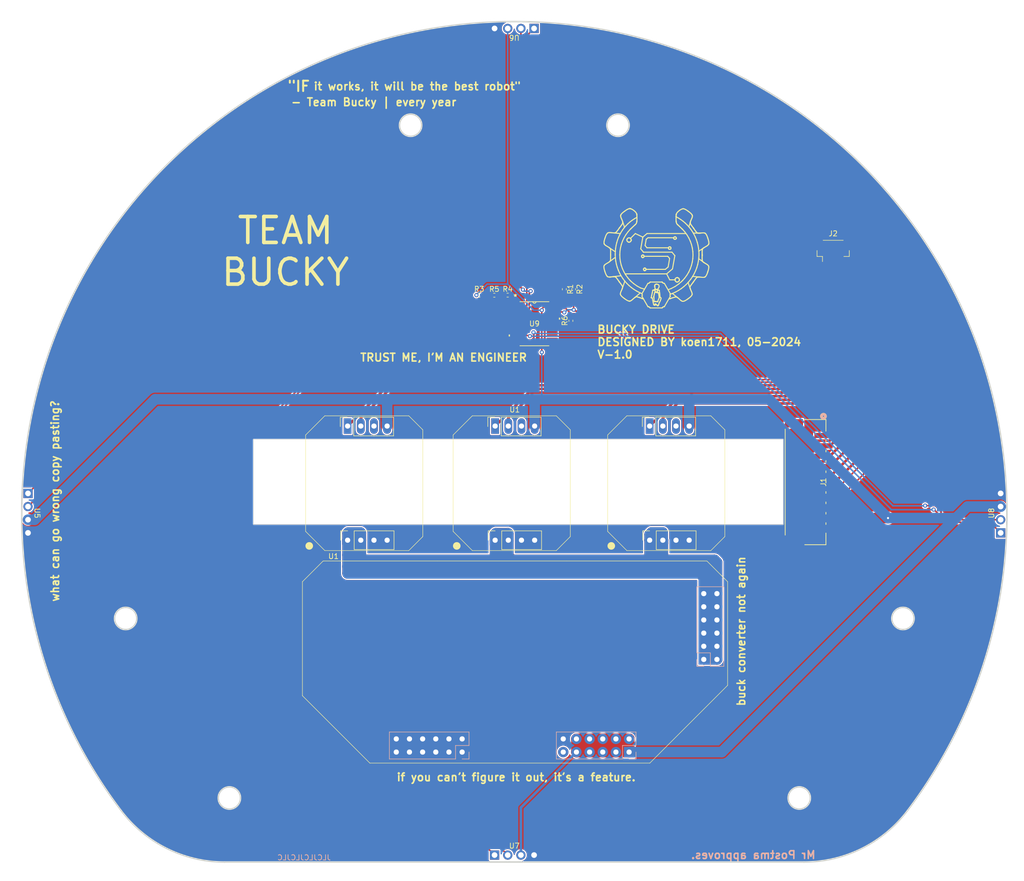
<source format=kicad_pcb>
(kicad_pcb (version 20240108) (generator "pcbnew") (generator_version "8.0")
  (title_block (title "BUCKY DRIVE") (date "2024-05-07") (rev "V1") (company "koen1711"))
  (layers (0 "F.Cu" signal) (31 "B.Cu" signal) (34 "B.Paste" user) (35 "F.Paste" user) (36 "B.SilkS" user "B.Silkscreen") (37 "F.SilkS" user "F.Silkscreen") (38 "B.Mask" user) (39 "F.Mask" user) (44 "Edge.Cuts" user))
  (net 0 "")
  (net 1 "GND")
  (net 2 "+5V")
  (net 3 "/SCL")
  (net 4 "/SDA")
  (net 8 "/M1_DIR")
  (net 9 "/M1_PWM")
  (net 10 "/M2_DIR")
  (net 11 "/M2_PWM")
  (net 12 "/M3_DIR")
  (net 13 "/M3_PWM")
  (net 14 "+12V")
  (net 15 "+3.3V")
  (net 16 "/SDA_0")
  (net 17 "/SCL_0")
  (net 18 "/SDA_1")
  (net 19 "/SCL_1")
  (net 20 "/SCL_2")
  (net 21 "/SDA_2")
  (net 22 "/SDA_3")
  (net 23 "/SCL_3")
  (net 25 "Net-(U9-A1)")
  (net 29 "Net-(U9-*RESET)")
  (net 30 "Net-(U9-A0)")
  (net 34 "Net-(U9-A2)")
  (net 36 "/CONNECTORS/M1_DIR")
  (net 37 "/CONNECTORS/M2_PWM")
  (net 38 "/CONNECTORS/M3_DIR")
  (net 39 "Net-(D1-K)")
  (net 40 "/CONNECTORS/SCL")
  (net 41 "/CONNECTORS/SDA")
  (net 42 "/CONNECTORS/M2_DIR")
  (net 43 "/CONNECTORS/M3_PWM")
  (net 44 "/CONNECTORS/M1_PWM")
  (footprint "Resistor_SMD:R_0402_1005Metric" (layer "F.Cu") (at 157.51 74.66 90)
    (property "Reference" "R6")
    (property "Value" "10000R")
  )
  (footprint "Resistor_SMD:R_0402_1005Metric" (layer "F.Cu") (at 142.74 69.72)
    (property "Reference" "R5")
    (property "Value" "10000R")
  )
  (footprint "BUCKY_DRIVE:IFX9201SG_BO" (layer "F.Cu") (at 118.25 106 90)
    (property "Reference" "U3" (hide yes))
    (property "Value" "IFX9201SG_BO")
  )
  (footprint "BUCKY_DRIVE:BUCKY_TOF" (layer "F.Cu") (at 146.6 19.52 180)
    (property "Reference" "U6")
    (property "Value" "~")
  )
  (footprint "BUCKY_DRIVE:IFX9201SG_BO" (layer "F.Cu") (at 146.7 106 90)
    (property "Reference" "U1")
    (property "Value" "IFX9201SG_BO")
  )
  (footprint "Resistor_SMD:R_0402_1005Metric" (layer "F.Cu") (at 158.03 68.57 -90)
    (property "Reference" "R2")
    (property "Value" "4700R")
  )
  (footprint "Resistor_SMD:R_0402_1005Metric" (layer "F.Cu") (at 145.32 69.71)
    (property "Reference" "R4")
    (property "Value" "10000R")
  )
  (footprint "BUCKY_DRIVE:BUCKY_POWER" (layer "F.Cu") (at 146.635 138.71)
    (property "Reference" "U1")
    (property "Value" "~")
  )
  (footprint "BUCKY_DRIVE:BUCKY_TOF" (layer "F.Cu") (at 146.6 176.49)
    (property "Reference" "U7")
    (property "Value" "~")
  )
  (footprint "Connector_JST:JST_SH_BM04B-SRSS-TB_1x04-1MP_P1.00mm_Vertical" (layer "F.Cu") (at 208.09 61.14)
    (property "Reference" "J2")
    (property "Value" "MAG_CONN")
  )
  (footprint "BUCKY_DRIVE:BUCKY_TOF" (layer "F.Cu") (at 239.12 111.78 90)
    (property "Reference" "U8")
    (property "Value" "~")
  )
  (footprint "BUCKY_DRIVE:CONN10_S10B-PH_JST" (layer "F.Cu") (at 202.766157 105.794 90)
    (property "Reference" "J1")
    (property "Value" "Conn_01x10")
  )
  (footprint "BUCKY_DRIVE:DB24" (layer "F.Cu") (at 150.481 75.225001)
    (property "Reference" "U9")
    (property "Value" "PCA9548ADB")
  )
  (footprint "BUCKY_DRIVE:BUCKY_TOF" (layer "F.Cu") (at 54.08 111.78 -90)
    (property "Reference" "U5")
    (property "Value" "~")
  )
  (footprint "Resistor_SMD:R_0402_1005Metric" (layer "F.Cu") (at 139.83 69.71)
    (property "Reference" "R3")
    (property "Value" "10000R")
  )
  (footprint "Resistor_SMD:R_0402_1005Metric" (layer "F.Cu") (at 156.24 68.57 -90)
    (property "Reference" "R1")
    (property "Value" "4700R")
  )
  (footprint "BUCKY_DRIVE:IFX9201SG_BO" (layer "F.Cu") (at 176.5 106 90)
    (property "Reference" "U2" (hide yes))
    (property "Value" "IFX9201SG_BO")
  )
  (gr_line (start 177.3475 58.774) (end 177.33534 58.69988) (stroke (width 0.2)) (layer "F.SilkS"))
  (gr_line (start 184.05438 64.06848) (end 184.06858 64.10592) (stroke (width 0.2)) (layer "F.SilkS"))
  (gr_line (start 174.72336 70.84602) (end 174.66206 70.96584) (stroke (width 0.2)) (layer "F.SilkS"))
  (gr_line (start 181.02238 62.65788) (end 181.05698 61.98144) (stroke (width 0.2)) (layer "F.SilkS"))
  (gr_line (start 174.45146 68.75434) (end 174.49074 68.755) (stroke (width 0.2)) (layer "F.SilkS"))
  (gr_line (start 172.36356 71.93252) (end 172.39612 71.93252) (stroke (width 0.2)) (layer "F.SilkS"))
  (gr_line (start 173.49334 70.08998) (end 173.50148 70.14878) (stroke (width 0.2)) (layer "F.SilkS"))
  (gr_line (start 171.13332 62.16602) (end 171.1599 62.0958) (stroke (width 0.2)) (layer "F.SilkS"))
  (gr_line (start 164.11128 58.63466) (end 164.09056 58.70172) (stroke (width 0.2)) (layer "F.SilkS"))
  (gr_line (start 168.99084 66.931) (end 168.86368 66.80294) (stroke (width 0.2)) (layer "F.SilkS"))
  (gr_line (start 180.23818 65.26108) (end 180.53118 64.63574) (stroke (width 0.2)) (layer "F.SilkS"))
  (gr_line (start 181.58338 57.37772) (end 181.69698 57.52356) (stroke (width 0.2)) (layer "F.SilkS"))
  (gr_line (start 174.5172 67.99372) (end 174.5172 67.94738) (stroke (width 0.2)) (layer "F.SilkS"))
  (gr_line (start 174.41606 71.61556) (end 174.39762 71.653) (stroke (width 0.2)) (layer "F.SilkS"))
  (gr_line (start 165.77478 66.16016) (end 165.96978 66.17338) (stroke (width 0.2)) (layer "F.SilkS"))
  (gr_line (start 171.82242 60.14442) (end 172.17442 60.57184) (stroke (width 0.2)) (layer "F.SilkS"))
  (gr_line (start 173.85334 69.09224) (end 173.9535 69.0956) (stroke (width 0.2)) (layer "F.SilkS"))
  (gr_line (start 164.96414 63.2551) (end 166.06104 62.4297) (stroke (width 0.2)) (layer "F.SilkS"))
  (gr_line (start 169.98128 70.08736) (end 170.10454 70.03678) (stroke (width 0.2)) (layer "F.SilkS"))
  (gr_line (start 178.34336 53.44656) (end 178.55724 53.29116) (stroke (width 0.2)) (layer "F.SilkS"))
  (gr_line (start 169.29184 56.69262) (end 169.43364 56.55796) (stroke (width 0.2)) (layer "F.SilkS"))
  (gr_line (start 167.479 55.88076) (end 167.40336 56.00616) (stroke (width 0.2)) (layer "F.SilkS"))
  (gr_line (start 166.6971 58.56328) (end 166.92042 58.0741) (stroke (width 0.2)) (layer "F.SilkS"))
  (gr_line (start 167.40336 56.00616) (end 167.29976 56.15916) (stroke (width 0.2)) (layer "F.SilkS"))
  (gr_line (start 165.14176 60.8073) (end 165.1524 60.87358) (stroke (width 0.2)) (layer "F.SilkS"))
  (gr_line (start 176.85314 70.31728) (end 176.743 70.3557) (stroke (width 0.2)) (layer "F.SilkS"))
  (gr_line (start 181.13058 67.17502) (end 181.13058 67.17502) (stroke (width 0.2)) (layer "F.SilkS"))
  (gr_line (start 180.48858 68.09364) (end 180.48578 68.11458) (stroke (width 0.2)) (layer "F.SilkS"))
  (gr_line (start 169.02524 56.94922) (end 169.0376 56.93674) (stroke (width 0.2)) (layer "F.SilkS"))
  (gr_line (start 166.97532 61.25664) (end 167.0746 60.58538) (stroke (width 0.2)) (layer "F.SilkS"))
  (gr_line (start 163.92964 64.00228) (end 163.91532 64.0396) (stroke (width 0.2)) (layer "F.SilkS"))
  (gr_line (start 177.5871 66.71452) (end 177.5912 66.6732) (stroke (width 0.2)) (layer "F.SilkS"))
  (gr_line (start 173.7595 71.55828) (end 173.76634 71.59874) (stroke (width 0.2)) (layer "F.SilkS"))
  (gr_line (start 172.99962 70.20564) (end 173.0007 70.19956) (stroke (width 0.2)) (layer "F.SilkS"))
  (gr_line (start 171.45124 62.45224) (end 171.37712 62.46452) (stroke (width 0.2)) (layer "F.SilkS"))
  (gr_line (start 177.58284 66.75574) (end 177.5871 66.71452) (stroke (width 0.2)) (layer "F.SilkS"))
  (gr_line (start 173.73868 70.9375) (end 173.77598 70.9375) (stroke (width 0.2)) (layer "F.SilkS"))
  (gr_line (start 171.42692 61.97028) (end 171.49712 61.99686) (stroke (width 0.2)) (layer "F.SilkS"))
  (gr_line (start 168.30376 59.07302) (end 168.3079 59.03256) (stroke (width 0.2)) (layer "F.SilkS"))
  (gr_line (start 166.92042 58.0741) (end 167.1751 57.60472) (stroke (width 0.2)) (layer "F.SilkS"))
  (gr_line (start 173.534 68.7641) (end 173.57732 68.73872) (stroke (width 0.2)) (layer "F.SilkS"))
  (gr_line (start 167.46664 59.27874) (end 167.7595 58.65344) (stroke (width 0.2)) (layer "F.SilkS"))
  (gr_line (start 164.61714 57.71498) (end 164.56526 57.74838) (stroke (width 0.2)) (layer "F.SilkS"))
  (gr_line (start 173.05182 69.96258) (end 173.09218 69.77594) (stroke (width 0.2)) (layer "F.SilkS"))
  (gr_line (start 174.63026 69.3302) (end 174.63884 69.45748) (stroke (width 0.2)) (layer "F.SilkS"))
  (gr_line (start 177.8476 55.70036) (end 177.8195 55.54956) (stroke (width 0.2)) (layer "F.SilkS"))
  (gr_line (start 175.4061 67.41928) (end 175.28662 67.36958) (stroke (width 0.2)) (layer "F.SilkS"))
  (gr_line (start 178.21642 66.38272) (end 178.34218 66.4873) (stroke (width 0.2)) (layer "F.SilkS"))
  (gr_line (start 182.40678 66.22648) (end 182.19498 66.21386) (stroke (width 0.2)) (layer "F.SilkS"))
  (gr_line (start 171.0846 70.29678) (end 171.19384 70.33572) (stroke (width 0.2)) (layer "F.SilkS"))
  (gr_line (start 174.44548 69.46874) (end 174.41564 69.30492) (stroke (width 0.2)) (layer "F.SilkS"))
  (gr_line (start 174.54964 68.79656) (end 174.56104 68.85092) (stroke (width 0.2)) (layer "F.SilkS"))
  (gr_line (start 179.6129 70.74164) (end 179.345 70.86308) (stroke (width 0.2)) (layer "F.SilkS"))
  (gr_line (start 166.15968 63.11892) (end 166.08598 62.49078) (stroke (width 0.2)) (layer "F.SilkS"))
  (gr_line (start 169.14154 59.11656) (end 169.13742 59.15702) (stroke (width 0.2)) (layer "F.SilkS"))
  (gr_line (start 170.17996 53.96896) (end 170.06656 53.78216) (stroke (width 0.2)) (layer "F.SilkS"))
  (gr_line (start 169.94234 56.08876) (end 169.97532 56.06076) (stroke (width 0.2)) (layer "F.SilkS"))
  (gr_line (start 176.64078 60.87022) (end 176.56668 60.8825) (stroke (width 0.2)) (layer "F.SilkS"))
  (gr_line (start 178.86204 56.84234) (end 178.73942 56.72342) (stroke (width 0.2)) (layer "F.SilkS"))
  (gr_line (start 176.70168 70.37044) (end 176.6714 70.37914) (stroke (width 0.2)) (layer "F.SilkS"))
  (gr_line (start 183.13158 60.58334) (end 182.98078 60.70758) (stroke (width 0.2)) (layer "F.SilkS"))
  (gr_line (start 171.38276 58.514) (end 171.21956 59.43948) (stroke (width 0.2)) (layer "F.SilkS"))
  (gr_line (start 178.45134 56.44716) (end 178.31006 56.31376) (stroke (width 0.2)) (layer "F.SilkS"))
  (gr_line (start 165.16228 61.92786) (end 165.16336 61.9717) (stroke (width 0.2)) (layer "F.SilkS"))
  (gr_line (start 181.84018 57.68164) (end 181.85938 57.69086) (stroke (width 0.2)) (layer "F.SilkS"))
  (gr_line (start 169.78184 70.21714) (end 170.89122 69.28006) (stroke (width 0.2)) (layer "F.SilkS"))
  (gr_line (start 175.72814 64.73156) (end 171.94048 64.73156) (stroke (width 0.2)) (layer "F.SilkS"))
  (gr_line (start 180.69818 67.75544) (end 180.59438 67.9083) (stroke (width 0.2)) (layer "F.SilkS"))
  (gr_line (start 177.77718 58.54364) (end 177.8222 58.6275) (stroke (width 0.2)) (layer "F.SilkS"))
  (gr_line (start 171.50384 61.421) (end 177.00592 61.421) (stroke (width 0.2)) (layer "F.SilkS"))
  (gr_line (start 180.93258 54.34556) (end 180.94278 54.38416) (stroke (width 0.2)) (layer "F.SilkS"))
  (gr_line (start 167.4177 68.43686) (end 167.34022 68.63444) (stroke (width 0.2)) (layer "F.SilkS"))
  (gr_line (start 170.0644 55.96396) (end 170.14164 55.83256) (stroke (width 0.2)) (layer "F.SilkS"))
  (gr_line (start 176.81474 60.65788) (end 176.81224 60.68186) (stroke (width 0.2)) (layer "F.SilkS"))
  (gr_line (start 171.61528 62.14172) (end 171.62756 62.21584) (stroke (width 0.2)) (layer "F.SilkS"))
  (gr_line (start 165.16696 61.76736) (end 165.16368 61.884) (stroke (width 0.2)) (layer "F.SilkS"))
  (gr_line (start 180.47978 68.15756) (end 180.48978 68.29036) (stroke (width 0.2)) (layer "F.SilkS"))
  (gr_line (start 181.55238 65.0215) (end 181.27818 65.59766) (stroke (width 0.2)) (layer "F.SilkS"))
  (gr_line (start 177.79856 55.35396) (end 177.79304 55.16196) (stroke (width 0.2)) (layer "F.SilkS"))
  (gr_line (start 168.11692 58.05338) (end 168.53878 57.4836) (stroke (width 0.2)) (layer "F.SilkS"))
  (gr_line (start 180.51998 55.79976) (end 180.52558 55.84296) (stroke (width 0.2)) (layer "F.SilkS"))
  (gr_line (start 167.05484 69.53016) (end 167.06514 69.56892) (stroke (width 0.2)) (layer "F.SilkS"))
  (gr_line (start 174.20014 68.87892) (end 174.19798 68.82878) (stroke (width 0.2)) (layer "F.SilkS"))
  (gr_line (start 173.60748 70.94086) (end 173.6525 70.94456) (stroke (width 0.2)) (layer "F.SilkS"))
  (gr_line (start 165.16228 61.92786) (end 165.16228 61.92786) (stroke (width 0.2)) (layer "F.SilkS"))
  (gr_line (start 166.96546 56.61242) (end 166.89436 56.70486) (stroke (width 0.2)) (layer "F.SilkS"))
  (gr_line (start 167.081 69.62848) (end 167.18104 69.79364) (stroke (width 0.2)) (layer "F.SilkS"))
  (gr_line (start 176.81224 60.68186) (end 176.78554 60.75206) (stroke (width 0.2)) (layer "F.SilkS"))
  (gr_line (start 173.30886 68.78038) (end 173.31126 68.77192) (stroke (width 0.2)) (layer "F.SilkS"))
  (gr_line (start 173.57732 68.73872) (end 173.61596 68.68306) (stroke (width 0.2)) (layer "F.SilkS"))
  (gr_line (start 180.73598 56.20336) (end 180.85218 56.36776) (stroke (width 0.2)) (layer "F.SilkS"))
  (gr_line (start 167.77546 56.73002) (end 168.11954 56.32716) (stroke (width 0.2)) (layer "F.SilkS"))
  (gr_line (start 180.96758 56.52556) (end 181.06778 56.65942) (stroke (width 0.2)) (layer "F.SilkS"))
  (gr_line (start 173.5401 70.37956) (end 173.54096 70.537) (stroke (width 0.2)) (layer "F.SilkS"))
  (gr_line (start 177.8029 58.81988) (end 177.74204 58.89314) (stroke (width 0.2)) (layer "F.SilkS"))
  (gr_line (start 177.70396 58.48274) (end 177.77718 58.54364) (stroke (width 0.2)) (layer "F.SilkS"))
  (gr_line (start 171.82526 64.96886) (end 171.75114 64.98114) (stroke (width 0.2)) (layer "F.SilkS"))
  (gr_line (start 168.8835 70.86838) (end 169.002 70.8316) (stroke (width 0.2)) (layer "F.SilkS"))
  (gr_line (start 180.85218 56.36776) (end 180.96758 56.52556) (stroke (width 0.2)) (layer "F.SilkS"))
  (gr_line (start 167.29976 56.15916) (end 167.18268 56.32256) (stroke (width 0.2)) (layer "F.SilkS"))
  (gr_line (start 178.31006 56.31376) (end 178.1866 56.19896) (stroke (width 0.2)) (layer "F.SilkS"))
  (gr_line (start 173.0134 70.1403) (end 173.05182 69.96258) (stroke (width 0.2)) (layer "F.SilkS"))
  (gr_line (start 173.75484 69.15344) (end 173.74898 69.15344) (stroke (width 0.2)) (layer "F.SilkS"))
  (gr_line (start 174.88612 70.38324) (end 174.84206 70.54364) (stroke (width 0.2)) (layer "F.SilkS"))
  (gr_line (start 167.06526 63.28148) (end 166.97064 62.6097) (stroke (width 0.2)) (layer "F.SilkS"))
  (gr_line (start 167.03012 67.38888) (end 167.14546 67.54666) (stroke (width 0.2)) (layer "F.SilkS"))
  (gr_line (start 164.43918 57.89464) (end 164.2939 58.15028) (stroke (width 0.2)) (layer "F.SilkS"))
  (gr_line (start 169.16218 70.74156) (end 169.32396 70.61634) (stroke (width 0.2)) (layer "F.SilkS"))
  (gr_line (start 171.97 64.8507) (end 171.90912 64.92384) (stroke (width 0.2)) (layer "F.SilkS"))
  (gr_line (start 182.45158 57.74164) (end 181.11978 57.74164) (stroke (width 0.2)) (layer "F.SilkS"))
  (gr_line (start 174.56104 68.85092) (end 174.5912 69.01498) (stroke (width 0.2)) (layer "F.SilkS"))
  (gr_line (start 164.951 57.634) (end 164.7684 57.65408) (stroke (width 0.2)) (layer "F.SilkS"))
  (gr_line (start 165.169 62.45098) (end 165.1664 62.65214) (stroke (width 0.2)) (layer "F.SilkS"))
  (gr_line (start 180.97438 57.49914) (end 181.25198 57.97994) (stroke (width 0.2)) (layer "F.SilkS"))
  (gr_line (start 169.905 53.59536) (end 169.71034 53.41836) (stroke (width 0.2)) (layer "F.SilkS"))
  (gr_line (start 166.67964 57.00814) (end 166.56526 57.16666) (stroke (width 0.2)) (layer "F.SilkS"))
  (gr_line (start 174.7836 70.71062) (end 174.72336 70.84602) (stroke (width 0.2)) (layer "F.SilkS"))
  (gr_line (start 180.56458 70.05306) (end 180.32798 70.24902) (stroke (width 0.2)) (layer "F.SilkS"))
  (gr_line (start 166.92996 67.255) (end 167.03012 67.38888) (stroke (width 0.2)) (layer "F.SilkS"))
  (gr_line (start 173.09218 69.77594) (end 173.12528 69.62284) (stroke (width 0.2)) (layer "F.SilkS"))
  (gr_line (start 171.50246 64.7307) (end 171.50496 64.70672) (stroke (width 0.2)) (layer "F.SilkS"))
  (gr_line (start 178.73942 56.72342) (end 178.5986 56.58776) (stroke (width 0.2)) (layer "F.SilkS"))
  (gr_line (start 174.49074 68.755) (end 174.52696 68.76628) (stroke (width 0.2)) (layer "F.SilkS"))
  (gr_line (start 179.45892 66.43088) (end 179.88082 65.86112) (stroke (width 0.2)) (layer "F.SilkS"))
  (gr_line (start 170.5529 70.1197) (end 170.74354 70.18034) (stroke (width 0.2)) (layer "F.SilkS"))
  (gr_line (start 182.83858 61.07748) (end 182.83118 61.26228) (stroke (width 0.2)) (layer "F.SilkS"))
  (gr_line (start 176.41042 60.44056) (end 176.49432 60.39552) (stroke (width 0.2)) (layer "F.SilkS"))
  (gr_line (start 167.18268 56.32256) (end 167.06634 56.47936) (stroke (width 0.2)) (layer "F.SilkS"))
  (gr_line (start 176.61648 60.38824) (end 176.68668 60.41484) (stroke (width 0.2)) (layer "F.SilkS"))
  (gr_line (start 164.87496 60.52356) (end 165.025 60.64888) (stroke (width 0.2)) (layer "F.SilkS"))
  (gr_line (start 165.17032 61.60038) (end 165.16696 61.76736) (stroke (width 0.2)) (layer "F.SilkS"))
  (gr_line (start 173.74832 68.7525) (end 173.75298 68.79774) (stroke (width 0.2)) (layer "F.SilkS"))
  (gr_line (start 167.4332 53.86136) (end 167.23292 54.07656) (stroke (width 0.2)) (layer "F.SilkS"))
  (gr_line (start 165.17096 61.20412) (end 165.17226 61.40516) (stroke (width 0.2)) (layer "F.SilkS"))
  (gr_line (start 167.23292 54.07656) (end 167.13134 54.24076) (stroke (width 0.2)) (layer "F.SilkS"))
  (gr_line (start 165.998 57.6887) (end 165.80278 57.70052) (stroke (width 0.2)) (layer "F.SilkS"))
  (gr_line (start 182.86298 60.86536) (end 182.85198 60.93152) (stroke (width 0.2)) (layer "F.SilkS"))
  (gr_line (start 164.50646 60.2973) (end 164.697 60.408) (stroke (width 0.2)) (layer "F.SilkS"))
  (gr_line (start 177.96284 70.11338) (end 177.8399 70.06198) (stroke (width 0.2)) (layer "F.SilkS"))
  (gr_line (start 168.94678 53.01316) (end 168.9024 53.01076) (stroke (width 0.2)) (layer "F.SilkS"))
  (gr_line (start 179.15718 70.90722) (end 179.09564 70.90386) (stroke (width 0.2)) (layer "F.SilkS"))
  (gr_line (start 168.84814 59.47494) (end 168.72314 59.49534) (stroke (width 0.2)) (layer "F.SilkS"))
  (gr_line (start 178.13754 67.16524) (end 178.01014 67.18608) (stroke (width 0.2)) (layer "F.SilkS"))
  (gr_line (start 164.86596 63.33106) (end 164.68712 63.44542) (stroke (width 0.2)) (layer "F.SilkS"))
  (gr_line (start 168.80712 58.6617) (end 168.92562 58.70672) (stroke (width 0.2)) (layer "F.SilkS"))
  (gr_line (start 174.07862 67.59636) (end 174.03054 67.59636) (stroke (width 0.2)) (layer "F.SilkS"))
  (gr_line (start 174.20698 68.94056) (end 174.20014 68.87892) (stroke (width 0.2)) (layer "F.SilkS"))
  (gr_line (start 173.68192 67.99372) (end 173.68192 68.04948) (stroke (width 0.2)) (layer "F.SilkS"))
  (gr_line (start 173.68192 67.96844) (end 173.68192 67.99372) (stroke (width 0.2)) (layer "F.SilkS"))
  (gr_line (start 180.81518 67.59202) (end 180.69818 67.75544) (stroke (width 0.2)) (layer "F.SilkS"))
  (gr_line (start 168.60106 58.67406) (end 168.72606 58.65356) (stroke (width 0.2)) (layer "F.SilkS"))
  (gr_line (start 177.38396 58.63956) (end 172.37268 58.63956) (stroke (width 0.2)) (layer "F.SilkS"))
  (gr_line (start 175.97846 65.60786) (end 167.95622 65.60786) (stroke (width 0.2)) (layer "F.SilkS"))
  (gr_line (start 175.53662 71.93252) (end 176.69014 69.93458) (stroke (width 0.2)) (layer "F.SilkS"))
  (gr_line (start 177.46564 58.91872) (end 177.39254 58.85786) (stroke (width 0.2)) (layer "F.SilkS"))
  (gr_line (start 173.54096 70.537) (end 173.54334 70.69608) (stroke (width 0.2)) (layer "F.SilkS"))
  (gr_line (start 169.0785 53.04756) (end 168.94678 53.01316) (stroke (width 0.2)) (layer "F.SilkS"))
  (gr_line (start 174.5504 70.12902) (end 174.54346 70.08192) (stroke (width 0.2)) (layer "F.SilkS"))
  (gr_line (start 176.4484 60.85092) (end 176.37518 60.79006) (stroke (width 0.2)) (layer "F.SilkS"))
  (gr_line (start 165.17226 61.40516) (end 165.17032 61.60038) (stroke (width 0.2)) (layer "F.SilkS"))
  (gr_line (start 165.16228 61.92786) (end 165.16228 61.92786) (stroke (width 0.2)) (layer "F.SilkS"))
  (gr_line (start 173.31126 68.77192) (end 173.34284 68.7538) (stroke (width 0.2)) (layer "F.SilkS"))
  (gr_line (start 173.34284 68.7538) (end 173.40512 68.75086) (stroke (width 0.2)) (layer "F.SilkS"))
  (gr_line (start 173.77598 70.9375) (end 173.88798 70.9425) (stroke (width 0.2)) (layer "F.SilkS"))
  (gr_line (start 170.10454 70.03678) (end 170.14732 70.02908) (stroke (width 0.2)) (layer "F.SilkS"))
  (gr_line (start 165.59086 57.68794) (end 165.3719 57.66398) (stroke (width 0.2)) (layer "F.SilkS"))
  (gr_line (start 171.12842 62.21408) (end 171.13092 62.1901) (stroke (width 0.2)) (layer "F.SilkS"))
  (gr_line (start 173.85964 68.5752) (end 173.98778 68.63434) (stroke (width 0.2)) (layer "F.SilkS"))
  (gr_line (start 168.06884 70.53898) (end 168.32828 70.70336) (stroke (width 0.2)) (layer "F.SilkS"))
  (gr_line (start 174.21098 68.77528) (end 174.21684 68.77748) (stroke (width 0.2)) (layer "F.SilkS"))
  (gr_line (start 171.90912 64.92384) (end 171.82526 64.96886) (stroke (width 0.2)) (layer "F.SilkS"))
  (gr_line (start 164.56526 57.74838) (end 164.43918 57.89464) (stroke (width 0.2)) (layer "F.SilkS"))
  (gr_line (start 174.52534 69.99674) (end 174.51328 69.94142) (stroke (width 0.2)) (layer "F.SilkS"))
  (gr_line (start 164.9227 66.22092) (end 165.127 66.21474) (stroke (width 0.2)) (layer "F.SilkS"))
  (gr_line (start 166.97064 62.6097) (end 166.9407 61.93306) (stroke (width 0.2)) (layer "F.SilkS"))
  (gr_line (start 173.73442 71.44174) (end 173.7417 71.49698) (stroke (width 0.2)) (layer "F.SilkS"))
  (gr_line (start 177.74278 54.55616) (end 177.86722 54.61836) (stroke (width 0.2)) (layer "F.SilkS"))
  (gr_line (start 181.96398 63.80058) (end 181.78178 64.42166) (stroke (width 0.2)) (layer "F.SilkS"))
  (gr_line (start 171.62518 62.23992) (end 171.62268 62.26388) (stroke (width 0.2)) (layer "F.SilkS"))
  (gr_line (start 178.45482 70.50142) (end 178.29174 70.3532) (stroke (width 0.2)) (layer "F.SilkS"))
  (gr_line (start 171.98942 64.6583) (end 172.00156 64.73242) (stroke (width 0.2)) (layer "F.SilkS"))
  (gr_line (start 181.99978 66.2257) (end 181.86998 66.25642) (stroke (width 0.2)) (layer "F.SilkS"))
  (gr_line (start 175.28662 67.36958) (end 175.18376 67.29092) (stroke (width 0.2)) (layer "F.SilkS"))
  (gr_line (start 176.68668 60.41484) (end 176.75982 60.4758) (stroke (width 0.2)) (layer "F.SilkS"))
  (gr_line (start 173.5085 69.96474) (end 173.4954 70.02106) (stroke (width 0.2)) (layer "F.SilkS"))
  (gr_line (start 176.51862 60.8776) (end 176.4484 60.85092) (stroke (width 0.2)) (layer "F.SilkS"))
  (gr_line (start 168.76664 58.65766) (end 168.80712 58.6617) (stroke (width 0.2)) (layer "F.SilkS"))
  (gr_line (start 181.15538 67.13878) (end 181.13058 67.17502) (stroke (width 0.2)) (layer "F.SilkS"))
  (gr_line (start 165.16596 62.08834) (end 165.16822 62.25552) (stroke (width 0.2)) (layer "F.SilkS"))
  (gr_line (start 174.19798 68.82878) (end 174.2009 68.81284) (stroke (width 0.2)) (layer "F.SilkS"))
  (gr_line (start 167.48606 55.52076) (end 167.85954 56.6262) (stroke (width 0.2)) (layer "F.SilkS"))
  (gr_line (start 171.62518 62.23992) (end 171.62518 62.23992) (stroke (width 0.2)) (layer "F.SilkS"))
  (gr_line (start 173.69286 68.602) (end 173.70622 68.602) (stroke (width 0.2)) (layer "F.SilkS"))
  (gr_line (start 182.18498 61.23884) (end 182.20598 61.68272) (stroke (width 0.2)) (layer "F.SilkS"))
  (gr_line (start 179.48954 57.52116) (end 179.13396 57.11144) (stroke (width 0.2)) (layer "F.SilkS"))
  (gr_line (start 167.06514 69.56892) (end 167.081 69.62848) (stroke (width 0.2)) (layer "F.SilkS"))
  (gr_line (start 182.87058 57.69978) (end 183.07498 57.69348) (stroke (width 0.2)) (layer "F.SilkS"))
  (gr_line (start 173.12528 69.62284) (end 173.15478 69.48688) (stroke (width 0.2)) (layer "F.SilkS"))
  (gr_line (start 164.15718 65.41428) (end 164.27046 65.69978) (stroke (width 0.2)) (layer "F.SilkS"))
  (gr_line (start 171.22086 62.02258) (end 171.30474 61.97756) (stroke (width 0.2)) (layer "F.SilkS"))
  (gr_line (start 166.34792 59.59648) (end 166.50604 59.0712) (stroke (width 0.2)) (layer "F.SilkS"))
  (gr_line (start 184.10478 64.3558) (end 184.06918 64.64758) (stroke (width 0.2)) (layer "F.SilkS"))
  (gr_line (start 182.86578 63.12586) (end 182.88638 63.16406) (stroke (width 0.2)) (layer "F.SilkS"))
  (gr_line (start 165.15924 62.83692) (end 165.14578 62.98286) (stroke (width 0.2)) (layer "F.SilkS"))
  (gr_line (start 178.95436 56.93252) (end 178.86204 56.84234) (stroke (width 0.2)) (layer "F.SilkS"))
  (gr_line (start 177.83198 58.7257) (end 177.8296 58.7497) (stroke (width 0.2)) (layer "F.SilkS"))
  (gr_line (start 170.23378 55.43876) (end 170.24224 55.32956) (stroke (width 0.2)) (layer "F.SilkS"))
  (gr_line (start 166.77598 56.87152) (end 166.67964 57.00814) (stroke (width 0.2)) (layer "F.SilkS"))
  (gr_line (start 173.77586 71.40398) (end 173.76298 71.40788) (stroke (width 0.2)) (layer "F.SilkS"))
  (gr_line (start 167.34022 68.63444) (end 167.24984 68.8353) (stroke (width 0.2)) (layer "F.SilkS"))
  (gr_line (start 174.52718 70.0062) (end 174.52534 69.99674) (stroke (width 0.2)) (layer "F.SilkS"))
  (gr_line (start 176.49432 60.39552) (end 176.56842 60.38336) (stroke (width 0.2)) (layer "F.SilkS"))
  (gr_line (start 165.01686 63.20672) (end 164.86596 63.33106) (stroke (width 0.2)) (layer "F.SilkS"))
  (gr_line (start 173.69764 71.63488) (end 173.69006 71.63488) (stroke (width 0.2)) (layer "F.SilkS"))
  (gr_line (start 176.31798 60.63206) (end 176.32048 60.60808) (stroke (width 0.2)) (layer "F.SilkS"))
  (gr_line (start 173.57134 69.64094) (end 173.54356 69.79484) (stroke (width 0.2)) (layer "F.SilkS"))
  (gr_line (start 171.4227 70.40624) (end 171.465 70.41872) (stroke (width 0.2)) (layer "F.SilkS"))
  (gr_line (start 168.32828 70.70336) (end 168.59478 70.82724) (stroke (width 0.2)) (layer "F.SilkS"))
  (gr_line (start 174.20818 68.78374) (end 174.21098 68.77528) (stroke (width 0.2)) (layer "F.SilkS"))
  (gr_line (start 168.84076 53.00736) (end 168.65284 53.05156) (stroke (width 0.2)) (layer "F.SilkS"))
  (gr_line (start 169.31798 55.27016) (end 169.77024 54.97236) (stroke (width 0.2)) (layer "F.SilkS"))
  (gr_line (start 180.94278 54.38416) (end 180.94378 54.50816) (stroke (width 0.2)) (layer "F.SilkS"))
  (gr_line (start 173.2099 70.28898) (end 173.17398 70.27138) (stroke (width 0.2)) (layer "F.SilkS"))
  (gr_line (start 173.7417 71.49698) (end 173.7595 71.55828) (stroke (width 0.2)) (layer "F.SilkS"))
  (gr_line (start 174.16554 69.02628) (end 174.19862 68.99294) (stroke (width 0.2)) (layer "F.SilkS"))
  (gr_line (start 165.80278 57.70052) (end 165.59086 57.68794) (stroke (width 0.2)) (layer "F.SilkS"))
  (gr_line (start 171.99918 64.75652) (end 171.99918 64.75652) (stroke (width 0.2)) (layer "F.SilkS"))
  (gr_line (start 164.90774 60.54774) (end 166.07428 61.35286) (stroke (width 0.2)) (layer "F.SilkS"))
  (gr_line (start 174.24768 68.78038) (end 174.29096 68.77658) (stroke (width 0.2)) (layer "F.SilkS"))
  (gr_line (start 174.47986 67.80838) (end 174.37724 67.68556) (stroke (width 0.2)) (layer "F.SilkS"))
  (gr_line (start 178.55724 53.29116) (end 178.7737 53.16576) (stroke (width 0.2)) (layer "F.SilkS"))
  (gr_line (start 174.88646 70.27584) (end 174.9012 70.31738) (stroke (width 0.2)) (layer "F.SilkS"))
  (gr_line (start 181.66718 66.4413) (end 181.55298 66.5865) (stroke (width 0.2)) (layer "F.SilkS"))
  (gr_line (start 173.67954 69.2321) (end 173.66736 69.2578) (stroke (width 0.2)) (layer "F.SilkS"))
  (gr_line (start 173.79324 69.15344) (end 173.75484 69.15344) (stroke (width 0.2)) (layer "F.SilkS"))
  (gr_line (start 170.2342 70.03558) (end 170.37626 70.0687) (stroke (width 0.2)) (layer "F.SilkS"))
  (gr_line (start 179.72586 57.83008) (end 172.18734 57.83008) (stroke (width 0.2)) (layer "F.SilkS"))
  (gr_line (start 174.539 71.22092) (end 174.47856 71.38802) (stroke (width 0.2)) (layer "F.SilkS"))
  (gr_line (start 173.77728 69.0688) (end 173.85334 69.09224) (stroke (width 0.2)) (layer "F.SilkS"))
  (gr_line (start 173.81712 71.4005) (end 173.77586 71.40398) (stroke (width 0.2)) (layer "F.SilkS"))
  (gr_line (start 166.74214 66.9947) (end 166.808 67.09094) (stroke (width 0.2)) (layer "F.SilkS"))
  (gr_line (start 165.1524 60.87358) (end 165.16486 61.01942) (stroke (width 0.2)) (layer "F.SilkS"))
  (gr_line (start 166.4456 64.32684) (end 166.28012 63.73156) (stroke (width 0.2)) (layer "F.SilkS"))
  (gr_line (start 181.25558 56.91972) (end 181.35098 57.05686) (stroke (width 0.2)) (layer "F.SilkS"))
  (gr_line (start 169.13634 67.07748) (end 168.99084 66.931) (stroke (width 0.2)) (layer "F.SilkS"))
  (gr_line (start 169.0924 59.2755) (end 168.98976 59.399) (stroke (width 0.2)) (layer "F.SilkS"))
  (gr_line (start 183.12258 63.39094) (end 183.30078 63.50652) (stroke (width 0.2)) (layer "F.SilkS"))
  (gr_line (start 180.76478 69.83788) (end 180.56458 70.05306) (stroke (width 0.2)) (layer "F.SilkS"))
  (gr_line (start 171.2404 70.35222) (end 171.27198 70.36156) (stroke (width 0.2)) (layer "F.SilkS"))
  (gr_line (start 183.85978 60.1366) (end 183.68998 60.25056) (stroke (width 0.2)) (layer "F.SilkS"))
  (gr_line (start 166.56526 57.16666) (end 166.44492 57.32792) (stroke (width 0.2)) (layer "F.SilkS"))
  (gr_line (start 166.808 67.09094) (end 166.83262 67.12728) (stroke (width 0.2)) (layer "F.SilkS"))
  (gr_line (start 169.84814 56.17196) (end 169.91846 56.10916) (stroke (width 0.2)) (layer "F.SilkS"))
  (gr_line (start 180.90638 54.68816) (end 180.83598 54.88016) (stroke (width 0.2)) (layer "F.SilkS"))
  (gr_line (start 166.13374 60.69488) (end 166.2236 60.13814) (stroke (width 0.2)) (layer "F.SilkS"))
  (gr_line (start 168.59478 70.82724) (end 168.78206 70.87328) (stroke (width 0.2)) (layer "F.SilkS"))
  (gr_line (start 176.70168 70.37044) (end 176.70168 70.37044) (stroke (width 0.2)) (layer "F.SilkS"))
  (gr_line (start 167.06634 56.47936) (end 166.96546 56.61242) (stroke (width 0.2)) (layer "F.SilkS"))
  (gr_line (start 164.697 60.408) (end 164.87496 60.52356) (stroke (width 0.2)) (layer "F.SilkS"))
  (gr_line (start 178.41964 66.63142) (end 178.44048 66.7588) (stroke (width 0.2)) (layer "F.SilkS"))
  (gr_line (start 172.00156 64.73242) (end 171.99918 64.75652) (stroke (width 0.2)) (layer "F.SilkS"))
  (gr_line (start 182.87318 60.8468) (end 182.86298 60.86536) (stroke (width 0.2)) (layer "F.SilkS"))
  (gr_line (start 164.96414 66.22148) (end 167.18398 65.97398) (stroke (width 0.2)) (layer "F.SilkS"))
  (gr_line (start 176.81474 60.65788) (end 176.81474 60.65788) (stroke (width 0.2)) (layer "F.SilkS"))
  (gr_line (start 173.5846 70.92122) (end 173.58568 70.92698) (stroke (width 0.2)) (layer "F.SilkS"))
  (gr_line (start 174.54346 70.08192) (end 174.5336 70.03472) (stroke (width 0.2)) (layer "F.SilkS"))
  (gr_line (start 173.4332 71.35148) (end 173.3971 71.18784) (stroke (width 0.2)) (layer "F.SilkS"))
  (gr_line (start 173.73172 69.16536) (end 173.70414 69.195) (stroke (width 0.2)) (layer "F.SilkS"))
  (gr_line (start 176.89404 68.41938) (end 177.62734 68.03202) (stroke (width 0.2)) (layer "F.SilkS"))
  (gr_line (start 173.6855 67.8928) (end 173.68192 67.96844) (stroke (width 0.2)) (layer "F.SilkS"))
  (gr_line (start 171.23486 70.35058) (end 171.23486 70.35058) (stroke (width 0.2)) (layer "F.SilkS"))
  (gr_line (start 177.197 70.20236) (end 177.01146 70.26336) (stroke (width 0.2)) (layer "F.SilkS"))
  (gr_line (start 180.77318 59.97092) (end 180.54938 59.3237) (stroke (width 0.2)) (layer "F.SilkS"))
  (gr_line (start 181.76398 66.33116) (end 181.66718 66.4413) (stroke (width 0.2)) (layer "F.SilkS"))
  (gr_line (start 183.99298 64.94522) (end 183.92938 65.14616) (stroke (width 0.2)) (layer "F.SilkS"))
  (gr_line (start 171.23486 70.35058) (end 171.2404 70.35222) (stroke (width 0.2)) (layer "F.SilkS"))
  (gr_line (start 173.25764 69.01466) (end 173.29606 68.83886) (stroke (width 0.2)) (layer "F.SilkS"))
  (gr_line (start 164.49592 63.5547) (end 164.30768 63.66386) (stroke (width 0.2)) (layer "F.SilkS"))
  (gr_line (start 174.68636 69.89998) (end 174.71664 70.06402) (stroke (width 0.2)) (layer "F.SilkS"))
  (gr_line (start 172.79662 67.18664) (end 172.78034 67.21486) (stroke (width 0.2)) (layer "F.SilkS"))
  (gr_line (start 181.83098 66.27508) (end 181.81178 66.28408) (stroke (width 0.2)) (layer "F.SilkS"))
  (gr_line (start 167.4394 67.99078) (end 167.46946 68.05078) (stroke (width 0.2)) (layer "F.SilkS"))
  (gr_line (start 171.5734 62.21498) (end 176.19754 62.21498) (stroke (width 0.2)) (layer "F.SilkS"))
  (gr_line (start 182.83178 61.82608) (end 182.83418 61.94272) (stroke (width 0.2)) (layer "F.SilkS"))
  (gr_line (start 178.93734 70.86406) (end 178.77774 70.773) (stroke (width 0.2)) (layer "F.SilkS"))
  (gr_line (start 174.05364 69.07314) (end 174.12842 69.04364) (stroke (width 0.2)) (layer "F.SilkS"))
  (gr_line (start 171.49712 61.99686) (end 171.57026 62.05784) (stroke (width 0.2)) (layer "F.SilkS"))
  (gr_line (start 177.15086 69.3635) (end 176.7009 69.53506) (stroke (width 0.2)) (layer "F.SilkS"))
  (gr_line (start 171.21012 69.93458) (end 172.36356 71.93252) (stroke (width 0.2)) (layer "F.SilkS"))
  (gr_line (start 171.23236 69.4732) (end 171.27706 69.68458) (stroke (width 0.2)) (layer "F.SilkS"))
  (gr_line (start 168.3119 58.99198) (end 168.35692 58.8735) (stroke (width 0.2)) (layer "F.SilkS"))
  (gr_line (start 178.9726 66.96538) (end 179.10054 66.83822) (stroke (width 0.2)) (layer "F.SilkS"))
  (gr_line (start 174.09554 70.96486) (end 174.2111 70.96994) (stroke (width 0.2)) (layer "F.SilkS"))
  (gr_line (start 177.7976 54.71956) (end 177.8042 54.50976) (stroke (width 0.2)) (layer "F.SilkS"))
  (gr_line (start 173.35596 70.99338) (end 173.3107 70.77538) (stroke (width 0.2)) (layer "F.SilkS"))
  (gr_line (start 171.2404 70.35222) (end 171.2404 70.35222) (stroke (width 0.2)) (layer "F.SilkS"))
  (gr_line (start 171.75286 64.482) (end 171.77696 64.4845) (stroke (width 0.2)) (layer "F.SilkS"))
  (gr_line (start 167.51992 66.49642) (end 167.1932 65.98948) (stroke (width 0.2)) (layer "F.SilkS"))
  (gr_line (start 165.3437 66.1938) (end 165.56278 66.17134) (stroke (width 0.2)) (layer "F.SilkS"))
  (gr_line (start 166.20492 66.28028) (end 166.30084 66.39094) (stroke (width 0.2)) (layer "F.SilkS"))
  (gr_line (start 173.50148 70.14878) (end 173.50354 70.15898) (stroke (width 0.2)) (layer "F.SilkS"))
  (gr_line (start 174.3296 68.76822) (end 174.3667 68.75988) (stroke (width 0.2)) (layer "F.SilkS"))
  (gr_line (start 180.70278 68.87956) (end 180.78938 69.0791) (stroke (width 0.2)) (layer "F.SilkS"))
  (gr_line (start 183.43238 66.16602) (end 183.38058 66.19956) (stroke (width 0.2)) (layer "F.SilkS"))
  (gr_line (start 171.77696 64.4845) (end 171.80096 64.48688) (stroke (width 0.2)) (layer "F.SilkS"))
  (gr_line (start 179.0069 56.9835) (end 179.0044 56.98212) (stroke (width 0.2)) (layer "F.SilkS"))
  (gr_line (start 171.5949 64.53916) (end 171.67876 64.49414) (stroke (width 0.2)) (layer "F.SilkS"))
  (gr_line (start 174.72804 70.1185) (end 174.74106 70.12966) (stroke (width 0.2)) (layer "F.SilkS"))
  (gr_line (start 182.20598 61.9987) (end 182.17818 62.50284) (stroke (width 0.2)) (layer "F.SilkS"))
  (gr_line (start 172.49398 71.94978) (end 172.61356 71.99948) (stroke (width 0.2)) (layer "F.SilkS"))
  (gr_line (start 166.1384 66.22386) (end 166.1574 66.23298) (stroke (width 0.2)) (layer "F.SilkS"))
  (gr_line (start 183.88638 65.27974) (end 183.81938 65.4795) (stroke (width 0.2)) (layer "F.SilkS"))
  (gr_line (start 171.27198 70.36156) (end 171.34424 70.38292) (stroke (width 0.2)) (layer "F.SilkS"))
  (gr_line (start 173.92822 71.47266) (end 173.8962 71.43772) (stroke (width 0.2)) (layer "F.SilkS"))
  (gr_line (start 166.83262 67.12728) (end 166.83262 67.12728) (stroke (width 0.2)) (layer "F.SilkS"))
  (gr_line (start 181.13058 67.17502) (end 181.10358 67.20952) (stroke (width 0.2)) (layer "F.SilkS"))
  (gr_line (start 173.75396 71.4108) (end 173.73442 71.44174) (stroke (width 0.2)) (layer "F.SilkS"))
  (gr_line (start 173.98778 68.63434) (end 174.03054 68.63434) (stroke (width 0.2)) (layer "F.SilkS"))
  (gr_line (start 167.84086 70.37488) (end 167.89732 70.41644) (stroke (width 0.2)) (layer "F.SilkS"))
  (gr_line (start 169.48692 70.4721) (end 169.65086 70.32508) (stroke (width 0.2)) (layer "F.SilkS"))
  (gr_line (start 176.56842 60.38336) (end 176.5925 60.38586) (stroke (width 0.2)) (layer "F.SilkS"))
  (gr_line (start 182.12338 60.65842) (end 182.18498 61.23884) (stroke (width 0.2)) (layer "F.SilkS"))
  (gr_line (start 165.1664 62.65214) (end 165.15924 62.83692) (stroke (width 0.2)) (layer "F.SilkS"))
  (gr_line (start 176.69014 69.43458) (end 175.53662 67.43664) (stroke (width 0.2)) (layer "F.SilkS"))
  (gr_line (start 184.10478 59.81716) (end 184.08258 59.87478) (stroke (width 0.2)) (layer "F.SilkS"))
  (gr_line (start 168.40024 59.33952) (end 168.32428 59.19802) (stroke (width 0.2)) (layer "F.SilkS"))
  (gr_line (start 176.69014 69.93458) (end 176.66782 69.89584) (stroke (width 0.2)) (layer "F.SilkS"))
  (gr_line (start 167.4484 64.59072) (end 167.22456 63.94358) (stroke (width 0.2)) (layer "F.SilkS"))
  (gr_line (start 165.14578 62.98286) (end 165.1347 63.04916) (stroke (width 0.2)) (layer "F.SilkS"))
  (gr_line (start 178.81754 67.11936) (end 178.9726 66.96538) (stroke (width 0.2)) (layer "F.SilkS"))
  (gr_line (start 179.87354 70.5791) (end 179.6129 70.74164) (stroke (width 0.2)) (layer "F.SilkS"))
  (gr_line (start 173.74898 69.15344) (end 173.73172 69.16536) (stroke (width 0.2)) (layer "F.SilkS"))
  (gr_line (start 182.83058 62.14714) (end 182.82718 62.31414) (stroke (width 0.2)) (layer "F.SilkS"))
  (gr_line (start 178.09314 56.11516) (end 178.06028 56.08676) (stroke (width 0.2)) (layer "F.SilkS"))
  (gr_line (start 179.09564 70.90386) (end 179.05562 70.9017) (stroke (width 0.2)) (layer "F.SilkS"))
  (gr_line (start 176.80484 60.5597) (end 176.81712 60.6338) (stroke (width 0.2)) (layer "F.SilkS"))
  (gr_line (start 171.5351 62.40722) (end 171.45124 62.45224) (stroke (width 0.2)) (layer "F.SilkS"))
  (gr_line (start 167.1751 57.60472) (end 167.46034 57.15624) (stroke (width 0.2)) (layer "F.SilkS"))
  (gr_line (start 174.30464 71.75414) (end 174.25724 71.7728) (stroke (width 0.2)) (layer "F.SilkS"))
  (gr_line (start 164.74018 66.19966) (end 164.9227 66.22092) (stroke (width 0.2)) (layer "F.SilkS"))
  (gr_line (start 181.31838 66.90624) (end 181.22198 67.04286) (stroke (width 0.2)) (layer "F.SilkS"))
  (gr_line (start 166.86746 56.73948) (end 166.86746 56.73948) (stroke (width 0.2)) (layer "F.SilkS"))
  (gr_line (start 184.12078 59.62488) (end 184.10478 59.81716) (stroke (width 0.2)) (layer "F.SilkS"))
  (gr_line (start 164.00484 58.9693) (end 163.92864 59.26684) (stroke (width 0.2)) (layer "F.SilkS"))
  (gr_line (start 173.75484 69.0561) (end 173.77728 69.0688) (stroke (width 0.2)) (layer "F.SilkS"))
  (gr_line (start 183.92858 58.76706) (end 183.95118 58.83344) (stroke (width 0.2)) (layer "F.SilkS"))
  (gr_line (start 167.05398 69.40614) (end 167.05484 69.53016) (stroke (width 0.2)) (layer "F.SilkS"))
  (gr_line (start 170.1907 55.67576) (end 170.2199 55.52516) (stroke (width 0.2)) (layer "F.SilkS"))
  (gr_line (start 173.4636 71.4771) (end 173.4332 71.35148) (stroke (width 0.2)) (layer "F.SilkS"))
  (gr_line (start 177.8399 70.06198) (end 177.79726 70.05406) (stroke (width 0.2)) (layer "F.SilkS"))
  (gr_line (start 163.92864 59.26684) (end 163.89306 59.5586) (stroke (width 0.2)) (layer "F.SilkS"))
  (gr_line (start 165.16486 61.01942) (end 165.17096 61.20412) (stroke (width 0.2)) (layer "F.SilkS"))
  (gr_line (start 174.53628 70.22148) (end 174.54964 70.1671) (stroke (width 0.2)) (layer "F.SilkS"))
  (gr_line (start 173.6525 70.94456) (end 173.70198 70.94066) (stroke (width 0.2)) (layer "F.SilkS"))
  (gr_line (start 180.15698 53.53976) (end 180.21438 53.58036) (stroke (width 0.2)) (layer "F.SilkS"))
  (gr_line (start 182.84518 63.04092) (end 182.85578 63.10722) (stroke (width 0.2)) (layer "F.SilkS"))
  (gr_line (start 173.66736 69.2578) (end 173.66564 69.26694) (stroke (width 0.2)) (layer "F.SilkS"))
  (gr_line (start 166.85932 67.162) (end 166.92996 67.255) (stroke (width 0.2)) (layer "F.SilkS"))
  (gr_line (start 181.55298 66.5865) (end 181.43258 66.74784) (stroke (width 0.2)) (layer "F.SilkS"))
  (gr_line (start 166.53348 66.6987) (end 166.64664 66.85764) (stroke (width 0.2)) (layer "F.SilkS"))
  (gr_line (start 174.2009 68.81284) (end 174.20296 68.80556) (stroke (width 0.2)) (layer "F.SilkS"))
  (gr_line (start 177.63372 58.45606) (end 177.70396 58.48274) (stroke (width 0.2)) (layer "F.SilkS"))
  (gr_line (start 174.3667 68.75988) (end 174.40654 68.75608) (stroke (width 0.2)) (layer "F.SilkS"))
  (gr_line (start 171.25884 62.43294) (end 171.1856 62.37208) (stroke (width 0.2)) (layer "F.SilkS"))
  (gr_line (start 172.39612 67.43664) (end 172.36356 67.43664) (stroke (width 0.2)) (layer "F.SilkS"))
  (gr_line (start 177.8296 58.7497) (end 177.8029 58.81988) (stroke (width 0.2)) (layer "F.SilkS"))
  (gr_line (start 173.67562 71.63488) (end 173.63232 71.62728) (stroke (width 0.2)) (layer "F.SilkS"))
  (gr_line (start 170.25028 54.91956) (end 170.24746 54.69536) (stroke (width 0.2)) (layer "F.SilkS"))
  (gr_line (start 183.84058 58.5001) (end 183.90738 58.70008) (stroke (width 0.2)) (layer "F.SilkS"))
  (gr_line (start 180.61358 55.38596) (end 180.26498 56.53056) (stroke (width 0.2)) (layer "F.SilkS"))
  (gr_line (start 167.1932 65.98948) (end 166.90404 65.45758) (stroke (width 0.2)) (layer "F.SilkS"))
  (gr_line (start 179.9075 58.09386) (end 179.48954 57.52116) (stroke (width 0.2)) (layer "F.SilkS"))
  (gr_line (start 180.60358 66.6708) (end 180.20778 67.1632) (stroke (width 0.2)) (layer "F.SilkS"))
  (gr_line (start 175.28662 71.99948) (end 175.4061 71.94978) (stroke (width 0.2)) (layer "F.SilkS"))
  (gr_line (start 174.27186 70.94358) (end 174.28 70.89292) (stroke (width 0.2)) (layer "F.SilkS"))
  (gr_line (start 166.89436 56.70486) (end 166.86746 56.73948) (stroke (width 0.2)) (layer "F.SilkS"))
  (gr_line (start 177.80692 67.13184) (end 177.68114 67.02724) (stroke (width 0.2)) (layer "F.SilkS"))
  (gr_line (start 169.43364 56.55796) (end 169.58176 56.41836) (stroke (width 0.2)) (layer "F.SilkS"))
  (gr_line (start 174.27426 69.24264) (end 174.26578 69.24264) (stroke (width 0.2)) (layer "F.SilkS"))
  (gr_line (start 172.71632 67.29092) (end 172.61356 67.36958) (stroke (width 0.2)) (layer "F.SilkS"))
  (gr_line (start 180.48578 68.11458) (end 180.47978 68.15756) (stroke (width 0.2)) (layer "F.SilkS"))
  (gr_line (start 183.99578 60.01292) (end 183.85978 60.1366) (stroke (width 0.2)) (layer "F.SilkS"))
  (gr_line (start 178.01014 67.18608) (end 177.96892 67.18198) (stroke (width 0.2)) (layer "F.SilkS"))
  (gr_line (start 166.86746 56.73948) (end 166.86746 56.73948) (stroke (width 0.2)) (layer "F.SilkS"))
  (gr_line (start 173.54334 70.69608) (end 173.57014 70.866) (stroke (width 0.2)) (layer "F.SilkS"))
  (gr_line (start 171.59598 62.33412) (end 171.5351 62.40722) (stroke (width 0.2)) (layer "F.SilkS"))
  (gr_line (start 172.78022 72.1542) (end 172.79662 72.18252) (stroke (width 0.2)) (layer "F.SilkS"))
  (gr_line (start 173.60368 69.4885) (end 173.57134 69.64094) (stroke (width 0.2)) (layer "F.SilkS"))
  (gr_line (start 174.24962 70.96994) (end 174.25514 70.96994) (stroke (width 0.2)) (layer "F.SilkS"))
  (gr_line (start 183.31058 60.46898) (end 183.13158 60.58334) (stroke (width 0.2)) (layer "F.SilkS"))
  (gr_line (start 183.50178 60.3597) (end 183.31058 60.46898) (stroke (width 0.2)) (layer "F.SilkS"))
  (gr_line (start 173.15478 69.48688) (end 173.1842 69.35124) (stroke (width 0.2)) (layer "F.SilkS"))
  (gr_line (start 181.79278 57.63422) (end 181.84018 57.68164) (stroke (width 0.2)) (layer "F.SilkS"))
  (gr_line (start 173.65306 68.62728) (end 173.69286 68.602) (stroke (width 0.2)) (layer "F.SilkS"))
  (gr_line (start 166.65426 64.90278) (end 166.4456 64.32684) (stroke (width 0.2)) (layer "F.SilkS"))
  (gr_line (start 165.025 60.64888) (end 165.11118 60.75044) (stroke (width 0.2)) (layer "F.SilkS"))
  (gr_line (start 183.81938 65.4795) (end 183.70398 65.76422) (stroke (width 0.2)) (layer "F.SilkS"))
  (gr_line (start 177.74204 58.89314) (end 177.65804 58.93816) (stroke (width 0.2)) (layer "F.SilkS"))
  (gr_line (start 174.4037 69.25078) (end 174.40262 69.24534) (stroke (width 0.2)) (layer "F.SilkS"))
  (gr_line (start 176.5427 60.88012) (end 176.51862 60.8776) (stroke (width 0.2)) (layer "F.SilkS"))
  (gr_line (start 168.49182 55.94876) (end 168.89164 55.59596) (stroke (width 0.2)) (layer "F.SilkS"))
  (gr_line (start 168.65284 53.05156) (end 168.38492 53.17296) (stroke (width 0.2)) (layer "F.SilkS"))
  (gr_line (start 171.67876 64.49414) (end 171.75286 64.482) (stroke (width 0.2)) (layer "F.SilkS"))
  (gr_line (start 167.4777 68.1148) (end 167.46676 68.24762) (stroke (width 0.2)) (layer "F.SilkS"))
  (gr_line (start 180.53758 68.48002) (end 180.61358 68.67816) (stroke (width 0.2)) (layer "F.SilkS"))
  (gr_line (start 163.8769 64.2895) (end 163.90968 64.58184) (stroke (width 0.2)) (layer "F.SilkS"))
  (gr_line (start 168.5081 66.39322) (end 168.09022 65.82064) (stroke (width 0.2)) (layer "F.SilkS"))
  (gr_line (start 179.13396 57.11144) (end 179.0069 56.9835) (stroke (width 0.2)) (layer "F.SilkS"))
  (gr_line (start 173.73964 68.68306) (end 173.74832 68.7525) (stroke (width 0.2)) (layer "F.SilkS"))
  (gr_line (start 174.22834 69.24264) (end 174.11636 69.22864) (stroke (width 0.2)) (layer "F.SilkS"))
  (gr_line (start 177.34012 58.6518) (end 177.36682 58.5816) (stroke (width 0.2)) (layer "F.SilkS"))
  (gr_line (start 173.7416 71.644) (end 173.72076 71.639) (stroke (width 0.2)) (layer "F.SilkS"))
  (gr_line (start 174.40654 68.75608) (end 174.41986 68.75608) (stroke (width 0.2)) (layer "F.SilkS"))
  (gr_line (start 173.85964 67.6173) (end 173.79898 67.64508) (stroke (width 0.2)) (layer "F.SilkS"))
  (gr_line (start 173.76298 71.40788) (end 173.75396 71.4108) (stroke (width 0.2)) (layer "F.SilkS"))
  (gr_line (start 164.06928 65.14748) (end 164.09046 65.2143) (stroke (width 0.2)) (layer "F.SilkS"))
  (gr_line (start 173.50354 70.15898) (end 173.51664 70.21312) (stroke (width 0.2)) (layer "F.SilkS"))
  (gr_line (start 179.88082 65.86112) (end 180.23818 65.26108) (stroke (width 0.2)) (layer "F.SilkS"))
  (gr_line (start 173.75276 67.68556) (end 173.71946 67.7397) (stroke (width 0.2)) (layer "F.SilkS"))
  (gr_line (start 174.26578 69.24264) (end 174.22834 69.24264) (stroke (width 0.2)) (layer "F.SilkS"))
  (gr_line (start 181.06778 56.65942) (end 181.13838 56.75228) (stroke (width 0.2)) (layer "F.SilkS"))
  (gr_line (start 169.93364 57.82998) (end 169.002 58.76172) (stroke (width 0.2)) (layer "F.SilkS"))
  (gr_line (start 173.72446 68.9527) (end 173.7161 69.01348) (stroke (width 0.2)) (layer "F.SilkS"))
  (gr_line (start 182.82658 62.71038) (end 182.83278 62.89508) (stroke (width 0.2)) (layer "F.SilkS"))
  (gr_line (start 166.83262 67.12728) (end 166.85932 67.162) (stroke (width 0.2)) (layer "F.SilkS"))
  (gr_line (start 173.90882 69.16734) (end 173.79324 69.15344) (stroke (width 0.2)) (layer "F.SilkS"))
  (gr_line (start 167.73692 65.2181) (end 167.4484 64.59072) (stroke (width 0.2)) (layer "F.SilkS"))
  (gr_line (start 182.17818 62.50284) (end 182.09698 63.16016) (stroke (width 0.2)) (layer "F.SilkS"))
  (gr_line (start 177.65804 58.93816) (end 177.58392 58.9503) (stroke (width 0.2)) (layer "F.SilkS"))
  (gr_line (start 181.27818 65.59766) (end 180.96118 66.14822) (stroke (width 0.2)) (layer "F.SilkS"))
  (gr_line (start 183.45998 57.81044) (end 183.58458 57.95758) (stroke (width 0.2)) (layer "F.SilkS"))
  (gr_line (start 178.01318 66.32844) (end 178.05454 66.3327) (stroke (width 0.2)) (layer "F.SilkS"))
  (gr_line (start 173.93636 67.60148) (end 173.85964 67.6173) (stroke (width 0.2)) (layer "F.SilkS"))
  (gr_line (start 168.11954 56.32716) (end 168.49182 55.94876) (stroke (width 0.2)) (layer "F.SilkS"))
  (gr_line (start 174.61626 69.18784) (end 174.63026 69.3302) (stroke (width 0.2)) (layer "F.SilkS"))
  (gr_line (start 173.99106 70.95366) (end 174.09554 70.96486) (stroke (width 0.2)) (layer "F.SilkS"))
  (gr_line (start 174.09446 71.61316) (end 174.0874 71.61058) (stroke (width 0.2)) (layer "F.SilkS"))
  (gr_line (start 171.21012 69.43458) (end 171.23236 69.4732) (stroke (width 0.2)) (layer "F.SilkS"))
  (gr_line (start 172.36356 67.43664) (end 171.21012 69.43458) (stroke (width 0.2)) (layer "F.SilkS"))
  (gr_line (start 183.92938 65.14616) (end 183.90738 65.21278) (stroke (width 0.2)) (layer "F.SilkS"))
  (gr_line (start 171.30474 61.97756) (end 171.37884 61.96538) (stroke (width 0.2)) (layer "F.SilkS"))
  (gr_line (start 166.28012 63.73156) (end 166.15968 63.11892) (stroke (width 0.2)) (layer "F.SilkS"))
  (gr_line (start 180.61358 68.67816) (end 180.70278 68.87956) (stroke (width 0.2)) (layer "F.SilkS"))
  (gr_line (start 167.47218 68.07184) (end 167.4777 68.1148) (stroke (width 0.2)) (layer "F.SilkS"))
  (gr_line (start 177.39254 58.85786) (end 177.3475 58.774) (stroke (width 0.2)) (layer "F.SilkS"))
  (gr_line (start 176.19754 62.21498) (end 176.55246 62.64594) (stroke (width 0.2)) (layer "F.SilkS"))
  (gr_line (start 174.43268 71.54838) (end 174.41986 71.60244) (stroke (width 0.2)) (layer "F.SilkS"))
  (gr_line (start 164.65068 57.69324) (end 164.61714 57.71498) (stroke (width 0.2)) (layer "F.SilkS"))
  (gr_line (start 181.18958 56.82348) (end 181.25558 56.91972) (stroke (width 0.2)) (layer "F.SilkS"))
  (gr_line (start 181.35098 57.05686) (end 181.46418 57.21584) (stroke (width 0.2)) (layer "F.SilkS"))
  (gr_line (start 179.9597 56.19276) (end 180.32698 56.60406) (stroke (width 0.2)) (layer "F.SilkS"))
  (gr_line (start 174.47856 71.38802) (end 174.43268 71.54838) (stroke (width 0.2)) (layer "F.SilkS"))
  (gr_line (start 164.06832 58.76834) (end 164.00484 58.9693) (stroke (width 0.2)) (layer "F.SilkS"))
  (gr_line (start 174.12484 71.60244) (end 174.11864 71.61406) (stroke (width 0.2)) (layer "F.SilkS"))
  (gr_line (start 177.79304 55.16196) (end 177.79322 54.94376) (stroke (width 0.2)) (layer "F.SilkS"))
  (gr_line (start 167.18104 69.79364) (end 167.37928 70.01086) (stroke (width 0.2)) (layer "F.SilkS"))
  (gr_line (start 174.2099 71.75664) (end 174.1715 71.71702) (stroke (width 0.2)) (layer "F.SilkS"))
  (gr_line (start 167.37928 70.01086) (end 167.61442 70.20856) (stroke (width 0.2)) (layer "F.SilkS"))
  (gr_line (start 181.78178 64.42166) (end 181.55238 65.0215) (stroke (width 0.2)) (layer "F.SilkS"))
  (gr_line (start 173.29606 68.83886) (end 173.30886 68.78038) (stroke (width 0.2)) (layer "F.SilkS"))
  (gr_line (start 182.98078 60.70758) (end 182.89378 60.8086) (stroke (width 0.2)) (layer "F.SilkS"))
  (gr_line (start 173.58568 70.92698) (end 173.60748 70.94086) (stroke (width 0.2)) (layer "F.SilkS"))
  (gr_line (start 173.75276 68.4235) (end 173.85964 68.5752) (stroke (width 0.2)) (layer "F.SilkS"))
  (gr_line (start 180.52818 55.86376) (end 180.55818 55.92376) (stroke (width 0.2)) (layer "F.SilkS"))
  (gr_line (start 176.66782 69.89584) (end 176.6231 69.68458) (stroke (width 0.2)) (layer "F.SilkS"))
  (gr_line (start 174.28 70.89292) (end 174.28206 70.88074) (stroke (width 0.2)) (layer "F.SilkS"))
  (gr_line (start 166.06104 61.70302) (end 166.07926 61.26552) (stroke (width 0.2)) (layer "F.SilkS"))
  (gr_line (start 164.62268 66.15972) (end 164.74018 66.19966) (stroke (width 0.2)) (layer "F.SilkS"))
  (gr_line (start 171.37884 61.96538) (end 171.40296 61.96788) (stroke (width 0.2)) (layer "F.SilkS"))
  (gr_line (start 169.002 70.8316) (end 169.16218 70.74156) (stroke (width 0.2)) (layer "F.SilkS"))
  (gr_line (start 164.17856 58.43488) (end 164.11128 58.63466) (stroke (width 0.2)) (layer "F.SilkS"))
  (gr_line (start 169.81582 70.19142) (end 169.98128 70.08736) (stroke (width 0.2)) (layer "F.SilkS"))
  (gr_line (start 164.31896 60.18686) (end 164.50646 60.2973) (stroke (width 0.2)) (layer "F.SilkS"))
  (gr_line (start 174.13764 71.66666) (end 174.1216 71.63108) (stroke (width 0.2)) (layer "F.SilkS"))
  (gr_line (start 180.83598 54.88016) (end 180.74798 55.07916) (stroke (width 0.2)) (layer "F.SilkS"))
  (gr_line (start 177.83198 58.7257) (end 177.83198 58.7257) (stroke (width 0.2)) (layer "F.SilkS"))
  (gr_line (start 178.43212 66.84136) (end 178.38624 66.96202) (stroke (width 0.2)) (layer "F.SilkS"))
  (gr_line (start 167.46024 55.43456) (end 167.5081 55.62416) (stroke (width 0.2)) (layer "F.SilkS"))
  (gr_line (start 167.20818 54.83536) (end 167.29498 55.03496) (stroke (width 0.2)) (layer "F.SilkS"))
  (gr_line (start 164.58926 66.1378) (end 164.62268 66.15972) (stroke (width 0.2)) (layer "F.SilkS"))
  (gr_line (start 170.2366 54.31016) (end 170.23192 54.19016) (stroke (width 0.2)) (layer "F.SilkS"))
  (gr_line (start 173.71946 67.7397) (end 173.69754 67.80838) (stroke (width 0.2)) (layer "F.SilkS"))
  (gr_line (start 173.51664 70.21312) (end 173.5401 70.37956) (stroke (width 0.2)) (layer "F.SilkS"))
  (gr_line (start 182.43498 57.74306) (end 182.65398 57.72062) (stroke (width 0.2)) (layer "F.SilkS"))
  (gr_line (start 167.36442 67.8647) (end 167.4394 67.99078) (stroke (width 0.2)) (layer "F.SilkS"))
  (gr_line (start 167.38406 55.23636) (end 167.46024 55.43456) (stroke (width 0.2)) (layer "F.SilkS"))
  (gr_line (start 179.10964 53.04636) (end 179.15414 53.04436) (stroke (width 0.2)) (layer "F.SilkS"))
  (gr_line (start 168.5237 59.44216) (end 168.40024 59.33952) (stroke (width 0.2)) (layer "F.SilkS"))
  (gr_line (start 174.39762 71.653) (end 174.358 71.70888) (stroke (width 0.2)) (layer "F.SilkS"))
  (gr_line (start 180.21438 53.58036) (end 180.38338 53.70596) (stroke (width 0.2)) (layer "F.SilkS"))
  (gr_line (start 178.61682 70.6467) (end 178.45482 70.50142) (stroke (width 0.2)) (layer "F.SilkS"))
  (gr_line (start 172.71632 72.07814) (end 172.78022 72.1542) (stroke (width 0.2)) (layer "F.SilkS"))
  (gr_line (start 165.13178 60.78874) (end 165.14176 60.8073) (stroke (width 0.2)) (layer "F.SilkS"))
  (gr_line (start 174.5336 70.03472) (end 174.52718 70.0062) (stroke (width 0.2)) (layer "F.SilkS"))
  (gr_line (start 182.82878 61.46356) (end 182.82938 61.65886) (stroke (width 0.2)) (layer "F.SilkS"))
  (gr_line (start 175.10356 67.18664) (end 172.79662 67.18664) (stroke (width 0.2)) (layer "F.SilkS"))
  (gr_line (start 176.81712 60.6338) (end 176.81474 60.65788) (stroke (width 0.2)) (layer "F.SilkS"))
  (gr_line (start 170.22804 55.47456) (end 170.23378 55.43876) (stroke (width 0.2)) (layer "F.SilkS"))
  (gr_line (start 183.90738 58.70008) (end 183.92858 58.76706) (stroke (width 0.2)) (layer "F.SilkS"))
  (gr_line (start 177.92756 67.17774) (end 177.80692 67.13184) (stroke (width 0.2)) (layer "F.SilkS"))
  (gr_line (start 183.68998 60.25056) (end 183.50178 60.3597) (stroke (width 0.2)) (layer "F.SilkS"))
  (gr_line (start 171.21956 59.43948) (end 170.98192 60.78722) (stroke (width 0.2)) (layer "F.SilkS"))
  (gr_line (start 170.96772 68.33356) (end 170.26828 67.95086) (stroke (width 0.2)) (layer "F.SilkS"))
  (gr_line (start 167.46946 68.05078) (end 167.47218 68.07184) (stroke (width 0.2)) (layer "F.SilkS"))
  (gr_line (start 163.9432 59.84592) (end 164.01482 59.94728) (stroke (width 0.2)) (layer "F.SilkS"))
  (gr_line (start 180.48978 68.29036) (end 180.53758 68.48002) (stroke (width 0.2)) (layer "F.SilkS"))
  (gr_line (start 167.13906 54.64296) (end 167.20818 54.83536) (stroke (width 0.2)) (layer "F.SilkS"))
  (gr_line (start 180.53078 55.66696) (end 180.51998 55.79976) (stroke (width 0.2)) (layer "F.SilkS"))
  (gr_line (start 183.95118 58.83344) (end 184.01418 59.0345) (stroke (width 0.2)) (layer "F.SilkS"))
  (gr_line (start 172.79662 72.18252) (end 175.10356 72.18252) (stroke (width 0.2)) (layer "F.SilkS"))
  (gr_line (start 174.07384 71.60634) (end 174.03586 71.58584) (stroke (width 0.2)) (layer "F.SilkS"))
  (gr_line (start 163.89306 64.09712) (end 163.8769 64.2895) (stroke (width 0.2)) (layer "F.SilkS"))
  (gr_line (start 174.9012 70.31738) (end 174.89828 70.32934) (stroke (width 0.2)) (layer "F.SilkS"))
  (gr_line (start 183.22938 66.2603) (end 183.04678 66.28038) (stroke (width 0.2)) (layer "F.SilkS"))
  (gr_line (start 174.23334 68.78038) (end 174.24768 68.78038) (stroke (width 0.2)) (layer "F.SilkS"))
  (gr_line (start 174.07862 68.63434) (end 174.22292 68.5752) (stroke (width 0.2)) (layer "F.SilkS"))
  (gr_line (start 171.55962 64.88866) (end 171.5146 64.8048) (stroke (width 0.2)) (layer "F.SilkS"))
  (gr_line (start 177.77642 70.05014) (end 177.71 70.06) (stroke (width 0.2)) (layer "F.SilkS"))
  (gr_line (start 174.78076 70.16278) (end 174.84046 70.21778) (stroke (width 0.2)) (layer "F.SilkS"))
  (gr_line (start 174.22292 68.5752) (end 174.37724 68.4235) (stroke (width 0.2)) (layer "F.SilkS"))
  (gr_line (start 174.03054 67.59636) (end 174.007 67.59636) (stroke (width 0.2)) (layer "F.SilkS"))
  (gr_line (start 167.11518 54.30016) (end 167.10464 54.33876) (stroke (width 0.2)) (layer "F.SilkS"))
  (gr_line (start 171.50496 64.70672) (end 171.50732 64.68262) (stroke (width 0.2)) (layer "F.SilkS"))
  (gr_line (start 175.50396 71.93252) (end 175.53662 71.93252) (stroke (width 0.2)) (layer "F.SilkS"))
  (gr_line (start 169.97532 56.06076) (end 170.0644 55.96396) (stroke (width 0.2)) (layer "F.SilkS"))
  (gr_line (start 175.10356 72.18252) (end 175.11984 72.1542) (stroke (width 0.2)) (layer "F.SilkS"))
  (gr_line (start 168.3079 59.03256) (end 168.3119 58.99198) (stroke (width 0.2)) (layer "F.SilkS"))
  (gr_line (start 178.43636 66.80014) (end 178.43212 66.84136) (stroke (width 0.2)) (layer "F.SilkS"))
  (gr_line (start 180.10058 53.49816) (end 180.15698 53.53976) (stroke (width 0.2)) (layer "F.SilkS"))
  (gr_line (start 172.78034 67.21486) (end 172.71632 67.29092) (stroke (width 0.2)) (layer "F.SilkS"))
  (gr_line (start 167.38634 68.5228) (end 167.91446 67.01594) (stroke (width 0.2)) (layer "F.SilkS"))
  (gr_line (start 165.11118 60.75044) (end 165.13178 60.78874) (stroke (width 0.2)) (layer "F.SilkS"))
  (gr_line (start 173.48726 71.55772) (end 173.4636 71.4771) (stroke (width 0.2)) (layer "F.SilkS"))
  (gr_line (start 166.41422 66.53678) (end 166.53348 66.6987) (stroke (width 0.2)) (layer "F.SilkS"))
  (gr_line (start 170.24224 55.32956) (end 170.2491 55.13776) (stroke (width 0.2)) (layer "F.SilkS"))
  (gr_line (start 165.16368 61.884) (end 165.16228 61.92786) (stroke (width 0.2)) (layer "F.SilkS"))
  (gr_line (start 173.66564 69.26694) (end 173.64882 69.32194) (stroke (width 0.2)) (layer "F.SilkS"))
  (gr_line (start 176.56668 60.8825) (end 176.5427 60.88012) (stroke (width 0.2)) (layer "F.SilkS"))
  (gr_line (start 177.8042 54.50976) (end 177.81104 54.33456) (stroke (width 0.2)) (layer "F.SilkS"))
  (gr_line (start 171.19384 70.33572) (end 171.23486 70.35058) (stroke (width 0.2)) (layer "F.SilkS"))
  (gr_line (start 173.61596 68.68306) (end 173.65306 68.62728) (stroke (width 0.2)) (layer "F.SilkS"))
  (gr_line (start 182.20598 61.68272) (end 182.20598 61.83072) (stroke (width 0.2)) (layer "F.SilkS"))
  (gr_line (start 174.66128 69.7271) (end 174.68636 69.89998) (stroke (width 0.2)) (layer "F.SilkS"))
  (gr_line (start 184.06918 64.64758) (end 183.99298 64.94522) (stroke (width 0.2)) (layer "F.SilkS"))
  (gr_line (start 178.31896 67.54752) (end 178.81754 67.11936) (stroke (width 0.2)) (layer "F.SilkS"))
  (gr_line (start 181.16518 56.7871) (end 181.16518 56.78722) (stroke (width 0.2)) (layer "F.SilkS"))
  (gr_line (start 181.03258 67.30198) (end 180.93158 67.43512) (stroke (width 0.2)) (layer "F.SilkS"))
  (gr_line (start 166.2236 60.13814) (end 166.34792 59.59648) (stroke (width 0.2)) (layer "F.SilkS"))
  (gr_line (start 174.29096 68.77658) (end 174.3296 68.76822) (stroke (width 0.2)) (layer "F.SilkS"))
  (gr_line (start 177.79322 54.94376) (end 177.7976 54.71956) (stroke (width 0.2)) (layer "F.SilkS"))
  (gr_line (start 177.56712 70.09234) (end 177.38918 70.14258) (stroke (width 0.2)) (layer "F.SilkS"))
  (gr_line (start 174.55136 70.15788) (end 174.5504 70.12902) (stroke (width 0.2)) (layer "F.SilkS"))
  (gr_line (start 174.64732 69.58474) (end 174.66128 69.7271) (stroke (width 0.2)) (layer "F.SilkS"))
  (gr_line (start 182.62598 66.25044) (end 182.40678 66.22648) (stroke (width 0.2)) (layer "F.SilkS"))
  (gr_line (start 183.70398 65.76422) (end 183.55858 66.01986) (stroke (width 0.2)) (layer "F.SilkS"))
  (gr_line (start 177.86722 54.61836) (end 178.23236 54.82256) (stroke (width 0.2)) (layer "F.SilkS"))
  (gr_line (start 169.0491 58.80948) (end 169.12506 58.95098) (stroke (width 0.2)) (layer "F.SilkS"))
  (gr_line (start 177.89556 55.85756) (end 177.8476 55.70036) (stroke (width 0.2)) (layer "F.SilkS"))
  (gr_line (start 181.85938 57.69086) (end 181.89838 57.70964) (stroke (width 0.2)) (layer "F.SilkS"))
  (gr_line (start 166.16696 57.63944) (end 166.12764 57.658) (stroke (width 0.2)) (layer "F.SilkS"))
  (gr_line (start 179.10054 66.83822) (end 179.45892 66.43088) (stroke (width 0.2)) (layer "F.SilkS"))
  (gr_line (start 169.91846 56.10916) (end 169.94234 56.08876) (stroke (width 0.2)) (layer "F.SilkS"))
  (gr_line (start 169.16456 68.23828) (end 168.70642 67.84938) (stroke (width 0.2)) (layer "F.SilkS"))
  (gr_line (start 164.68712 63.44542) (end 164.49592 63.5547) (stroke (width 0.2)) (layer "F.SilkS"))
  (gr_line (start 183.58458 57.95758) (end 183.72718 58.21452) (stroke (width 0.2)) (layer "F.SilkS"))
  (gr_line (start 174.41986 68.75608) (end 174.42768 68.75608) (stroke (width 0.2)) (layer "F.SilkS"))
  (gr_line (start 181.05698 61.98144) (end 181.02698 61.3048) (stroke (width 0.2)) (layer "F.SilkS"))
  (gr_line (start 177.00592 61.421) (end 177.55682 62.08986) (stroke (width 0.2)) (layer "F.SilkS"))
  (gr_line (start 170.23192 54.19016) (end 170.2301 54.14576) (stroke (width 0.2)) (layer "F.SilkS"))
  (gr_line (start 177.10542 64.64974) (end 175.97846 65.60786) (stroke (width 0.2)) (layer "F.SilkS"))
  (gr_line (start 174.1715 71.71702) (end 174.13764 71.66666) (stroke (width 0.2)) (layer "F.SilkS"))
  (gr_line (start 181.10358 67.20952) (end 181.03258 67.30198) (stroke (width 0.2)) (layer "F.SilkS"))
  (gr_line (start 184.06858 64.10592) (end 184.09038 64.16342) (stroke (width 0.2)) (layer "F.SilkS"))
  (gr_line (start 172.49398 67.41928) (end 172.39612 67.43664) (stroke (width 0.2)) (layer "F.SilkS"))
  (gr_line (start 180.53118 64.63574) (end 180.75938 63.99002) (stroke (width 0.2)) (layer "F.SilkS"))
  (gr_line (start 173.09998 70.2512) (end 173.02904 70.2295) (stroke (width 0.2)) (layer "F.SilkS"))
  (gr_line (start 170.2491 55.13776) (end 170.25028 54.91956) (stroke (width 0.2)) (layer "F.SilkS"))
  (gr_line (start 183.98298 63.96714) (end 184.05438 64.06848) (stroke (width 0.2)) (layer "F.SilkS"))
  (gr_line (start 175.11984 67.21486) (end 175.10356 67.18664) (stroke (width 0.2)) (layer "F.SilkS"))
  (gr_line (start 170.16336 68.91158) (end 169.65078 68.59288) (stroke (width 0.2)) (layer "F.SilkS"))
  (gr_line (start 177.33774 58.67588) (end 177.34012 58.6518) (stroke (width 0.2)) (layer "F.SilkS"))
  (gr_line (start 177.55996 58.94792) (end 177.53586 58.94542) (stroke (width 0.2)) (layer "F.SilkS"))
  (gr_line (start 164.30768 63.66386) (end 164.13786 63.77788) (stroke (width 0.2)) (layer "F.SilkS"))
  (gr_line (start 173.75496 71.63824) (end 173.7416 71.644) (stroke (width 0.2)) (layer "F.SilkS"))
  (gr_line (start 168.38492 53.17296) (end 168.12428 53.33536) (stroke (width 0.2)) (layer "F.SilkS"))
  (gr_line (start 178.43636 66.80014) (end 178.43636 66.80014) (stroke (width 0.2)) (layer "F.SilkS"))
  (gr_line (start 182.83538 61.98678) (end 182.83378 62.0305) (stroke (width 0.2)) (layer "F.SilkS"))
  (gr_line (start 167.16174 69.0343) (end 167.09132 69.22624) (stroke (width 0.2)) (layer "F.SilkS"))
  (gr_line (start 173.02904 70.2295) (end 172.99962 70.20564) (stroke (width 0.2)) (layer "F.SilkS"))
  (gr_line (start 166.44492 57.32792) (end 166.33046 57.47308) (stroke (width 0.2)) (layer "F.SilkS"))
  (gr_line (start 180.20778 67.1632) (end 179.77586 67.6235) (stroke (width 0.2)) (layer "F.SilkS"))
  (gr_line (start 176.34946 60.51378) (end 176.41042 60.44056) (stroke (width 0.2)) (layer "F.SilkS"))
  (gr_line (start 171.5146 64.8048) (end 171.50246 64.7307) (stroke (width 0.2)) (layer "F.SilkS"))
  (gr_line (start 170.37626 70.0687) (end 170.5529 70.1197) (stroke (width 0.2)) (layer "F.SilkS"))
  (gr_line (start 168.68268 59.49134) (end 168.6421 59.4872) (stroke (width 0.2)) (layer "F.SilkS"))
  (gr_line (start 164.2939 58.15028) (end 164.17856 58.43488) (stroke (width 0.2)) (layer "F.SilkS"))
  (gr_line (start 167.89654 53.49956) (end 167.83936 53.54016) (stroke (width 0.2)) (layer "F.SilkS"))
  (gr_line (start 174.47986 68.21692) (end 174.5172 68.04948) (stroke (width 0.2)) (layer "F.SilkS"))
  (gr_line (start 171.40296 61.96788) (end 171.42692 61.97028) (stroke (width 0.2)) (layer "F.SilkS"))
  (gr_line (start 178.70026 55.12096) (end 179.145 55.44976) (stroke (width 0.2)) (layer "F.SilkS"))
  (gr_line (start 176.72468 60.8252) (end 176.64078 60.87022) (stroke (width 0.2)) (layer "F.SilkS"))
  (gr_line (start 163.89306 59.5586) (end 163.90728 59.75086) (stroke (width 0.2)) (layer "F.SilkS"))
  (gr_line (start 179.66942 53.21116) (end 179.92898 53.37576) (stroke (width 0.2)) (layer "F.SilkS"))
  (gr_line (start 165.16336 61.9717) (end 165.16596 62.08834) (stroke (width 0.2)) (layer "F.SilkS"))
  (gr_line (start 184.01418 59.0345) (end 184.08818 59.3327) (stroke (width 0.2)) (layer "F.SilkS"))
  (gr_line (start 174.25724 71.7728) (end 174.24148 71.7728) (stroke (width 0.2)) (layer "F.SilkS"))
  (gr_line (start 183.34698 66.22124) (end 183.22938 66.2603) (stroke (width 0.2)) (layer "F.SilkS"))
  (gr_line (start 178.5986 56.58776) (end 178.45134 56.44716) (stroke (width 0.2)) (layer "F.SilkS"))
  (gr_line (start 180.63318 56.04976) (end 180.73598 56.20336) (stroke (width 0.2)) (layer "F.SilkS"))
  (gr_line (start 183.67878 63.72766) (end 183.84778 63.84266) (stroke (width 0.2)) (layer "F.SilkS"))
  (gr_line (start 166.09924 66.20498) (end 166.1384 66.22386) (stroke (width 0.2)) (layer "F.SilkS"))
  (gr_line (start 173.21154 70.29688) (end 173.2099 70.28898) (stroke (width 0.2)) (layer "F.SilkS"))
  (gr_line (start 180.54938 59.3237) (end 180.26078 58.6963) (stroke (width 0.2)) (layer "F.SilkS"))
  (gr_line (start 174.23356 71.7728) (end 174.2099 71.75664) (stroke (width 0.2)) (layer "F.SilkS"))
  (gr_line (start 173.70622 68.602) (end 173.7112 68.602) (stroke (width 0.2)) (layer "F.SilkS"))
  (gr_line (start 169.14154 59.11656) (end 169.14154 59.11656) (stroke (width 0.2)) (layer "F.SilkS"))
  (gr_line (start 177.8195 55.54956) (end 177.81178 55.49896) (stroke (width 0.2)) (layer "F.SilkS"))
  (gr_line (start 174.22922 68.78038) (end 174.23334 68.78038) (stroke (width 0.2)) (layer "F.SilkS"))
  (gr_line (start 174.29532 70.82638) (end 174.3489 70.66656) (stroke (width 0.2)) (layer "F.SilkS"))
  (gr_line (start 174.54964 70.1671) (end 174.55136 70.15788) (stroke (width 0.2)) (layer "F.SilkS"))
  (gr_line (start 168.32428 59.19802) (end 168.30376 59.07302) (stroke (width 0.2)) (layer "F.SilkS"))
  (gr_line (start 180.61858 53.90356) (end 180.81658 54.12096) (stroke (width 0.2)) (layer "F.SilkS"))
  (gr_line (start 173.76634 71.59874) (end 173.76298 71.61058) (stroke (width 0.2)) (layer "F.SilkS"))
  (gr_line (start 173.748 68.88272) (end 173.72446 68.9527) (stroke (width 0.2)) (layer "F.SilkS"))
  (gr_line (start 174.11864 71.61406) (end 174.09446 71.61316) (stroke (width 0.2)) (layer "F.SilkS"))
  (gr_line (start 174.89828 70.32934) (end 174.89828 70.32934) (stroke (width 0.2)) (layer "F.SilkS"))
  (gr_line (start 181.69698 57.52356) (end 181.79278 57.63422) (stroke (width 0.2)) (layer "F.SilkS"))
  (gr_line (start 174.2111 70.96994) (end 174.24962 70.96994) (stroke (width 0.2)) (layer "F.SilkS"))
  (gr_line (start 174.46446 69.62066) (end 174.44548 69.46874) (stroke (width 0.2)) (layer "F.SilkS"))
  (gr_line (start 178.1475 53.62216) (end 178.34336 53.44656) (stroke (width 0.2)) (layer "F.SilkS"))
  (gr_line (start 170.24746 54.69536) (end 170.24234 54.48536) (stroke (width 0.2)) (layer "F.SilkS"))
  (gr_line (start 174.0874 71.61058) (end 174.07384 71.60634) (stroke (width 0.2)) (layer "F.SilkS"))
  (gr_line (start 171.50732 64.68262) (end 171.534 64.61242) (stroke (width 0.2)) (layer "F.SilkS"))
  (gr_line (start 175.18376 72.07814) (end 175.28662 71.99948) (stroke (width 0.2)) (layer "F.SilkS"))
  (gr_line (start 167.5081 55.62416) (end 167.51806 55.75696) (stroke (width 0.2)) (layer "F.SilkS"))
  (gr_line (start 168.98976 59.399) (end 168.84814 59.47494) (stroke (width 0.2)) (layer "F.SilkS"))
  (gr_line (start 175.11984 72.1542) (end 175.18376 72.07814) (stroke (width 0.2)) (layer "F.SilkS"))
  (gr_line (start 177.58392 58.9503) (end 177.55996 58.94792) (stroke (width 0.2)) (layer "F.SilkS"))
  (gr_line (start 167.14546 67.54666) (end 167.26168 67.71094) (stroke (width 0.2)) (layer "F.SilkS"))
  (gr_line (start 178.28162 67.08778) (end 178.13754 67.16524) (stroke (width 0.2)) (layer "F.SilkS"))
  (gr_line (start 170.26828 67.95086) (end 169.60682 67.4833) (stroke (width 0.2)) (layer "F.SilkS"))
  (gr_line (start 168.12428 53.33536) (end 167.95276 53.45756) (stroke (width 0.2)) (layer "F.SilkS"))
  (gr_line (start 163.9291 59.8086) (end 163.9432 59.84592) (stroke (width 0.2)) (layer "F.SilkS"))
  (gr_line (start 170.14732 70.02908) (end 170.16804 70.02528) (stroke (width 0.2)) (layer "F.SilkS"))
  (gr_line (start 177.73054 69.09756) (end 177.15086 69.3635) (stroke (width 0.2)) (layer "F.SilkS"))
  (gr_line (start 166.18604 57.63034) (end 166.16696 57.63944) (stroke (width 0.2)) (layer "F.SilkS"))
  (gr_line (start 176.32286 60.584) (end 176.34946 60.51378) (stroke (width 0.2)) (layer "F.SilkS"))
  (gr_line (start 167.24984 68.8353) (end 167.16174 69.0343) (stroke (width 0.2)) (layer "F.SilkS"))
  (gr_line (start 180.59438 67.9083) (end 180.51878 68.03374) (stroke (width 0.2)) (layer "F.SilkS"))
  (gr_line (start 176.75982 60.4758) (end 176.80484 60.5597) (stroke (width 0.2)) (layer "F.SilkS"))
  (gr_line (start 171.13092 62.1901) (end 171.13332 62.16602) (stroke (width 0.2)) (layer "F.SilkS"))
  (gr_line (start 173.49334 70.03114) (end 173.49334 70.08998) (stroke (width 0.2)) (layer "F.SilkS"))
  (gr_line (start 167.5094 55.82076) (end 167.479 55.88076) (stroke (width 0.2)) (layer "F.SilkS"))
  (gr_line (start 173.75484 68.81284) (end 173.75776 68.82944) (stroke (width 0.2)) (layer "F.SilkS"))
  (gr_line (start 183.72718 58.21452) (end 183.84058 58.5001) (stroke (width 0.2)) (layer "F.SilkS"))
  (gr_line (start 175.97846 65.60786) (end 176.56754 66.75728) (stroke (width 0.2)) (layer "F.SilkS"))
  (gr_line (start 168.6421 59.4872) (end 168.5237 59.44216) (stroke (width 0.2)) (layer "F.SilkS"))
  (gr_line (start 166.08598 62.49078) (end 166.06104 62.00934) (stroke (width 0.2)) (layer "F.SilkS"))
  (gr_line (start 180.56518 68.55752) (end 180.09658 67.2587) (stroke (width 0.2)) (layer "F.SilkS"))
  (gr_line (start 176.37518 60.79006) (end 176.33014 60.70616) (stroke (width 0.2)) (layer "F.SilkS"))
  (gr_line (start 173.17398 70.27138) (end 173.09998 70.2512) (stroke (width 0.2)) (layer "F.SilkS"))
  (gr_line (start 163.90968 64.58184) (end 163.98368 64.87988) (stroke (width 0.2)) (layer "F.SilkS"))
  (gr_line (start 177.42768 58.50836) (end 177.51156 58.46334) (stroke (width 0.2)) (layer "F.SilkS"))
  (gr_line (start 174.74106 70.12966) (end 174.78076 70.16278) (stroke (width 0.2)) (layer "F.SilkS"))
  (gr_line (start 177.55682 62.08986) (end 177.10542 64.64974) (stroke (width 0.2)) (layer "F.SilkS"))
  (gr_line (start 164.5376 66.10394) (end 164.58926 66.1378) (stroke (width 0.2)) (layer "F.SilkS"))
  (gr_line (start 183.49118 63.6172) (end 183.67878 63.72766) (stroke (width 0.2)) (layer "F.SilkS"))
  (gr_line (start 167.10292 54.46276) (end 167.13906 54.64296) (stroke (width 0.2)) (layer "F.SilkS"))
  (gr_line (start 174.12842 69.04364) (end 174.15228 69.0318) (stroke (width 0.2)) (layer "F.SilkS"))
  (gr_line (start 178.17356 70.2538) (end 177.0734 69.3828) (stroke (width 0.2)) (layer "F.SilkS"))
  (gr_line (start 169.49756 53.26156) (end 169.28196 53.13456) (stroke (width 0.2)) (layer "F.SilkS"))
  (gr_line (start 173.69006 71.63488) (end 173.67562 71.63488) (stroke (width 0.2)) (layer "F.SilkS"))
  (gr_line (start 166.1574 66.23298) (end 166.20492 66.28028) (stroke (width 0.2)) (layer "F.SilkS"))
  (gr_line (start 173.57014 70.866) (end 173.5846 70.92122) (stroke (width 0.2)) (layer "F.SilkS"))
  (gr_line (start 173.63232 71.62728) (end 173.5937 71.61058) (stroke (width 0.2)) (layer "F.SilkS"))
  (gr_line (start 176.743 70.3557) (end 176.70168 70.37044) (stroke (width 0.2)) (layer "F.SilkS"))
  (gr_line (start 182.97258 63.26564) (end 183.12258 63.39094) (stroke (width 0.2)) (layer "F.SilkS"))
  (gr_line (start 175.53662 67.43664) (end 175.50396 67.43664) (stroke (width 0.2)) (layer "F.SilkS"))
  (gr_line (start 177.96892 67.18198) (end 177.92756 67.17774) (stroke (width 0.2)) (layer "F.SilkS"))
  (gr_line (start 170.12614 54.76676) (end 170.24768 54.70396) (stroke (width 0.2)) (layer "F.SilkS"))
  (gr_line (start 183.55858 66.01986) (end 183.43238 66.16602) (stroke (width 0.2)) (layer "F.SilkS"))
  (gr_line (start 172.61356 71.99948) (end 172.71632 72.07814) (stroke (width 0.2)) (layer "F.SilkS"))
  (gr_line (start 173.74278 69.051) (end 173.75484 69.0561) (stroke (width 0.2)) (layer "F.SilkS"))
  (gr_line (start 167.13134 54.24076) (end 167.11518 54.30016) (stroke (width 0.2)) (layer "F.SilkS"))
  (gr_line (start 168.72606 58.65356) (end 168.76664 58.65766) (stroke (width 0.2)) (layer "F.SilkS"))
  (gr_line (start 176.78554 60.75206) (end 176.72468 60.8252) (stroke (width 0.2)) (layer "F.SilkS"))
  (gr_line (start 180.96118 66.14822) (end 180.60358 66.6708) (stroke (width 0.2)) (layer "F.SilkS"))
  (gr_line (start 169.65086 70.32508) (end 169.81582 70.19142) (stroke (width 0.2)) (layer "F.SilkS"))
  (gr_line (start 181.88358 59.53798) (end 182.02258 60.09106) (stroke (width 0.2)) (layer "F.SilkS"))
  (gr_line (start 168.89164 55.59596) (end 169.31798 55.27016) (stroke (width 0.2)) (layer "F.SilkS"))
  (gr_line (start 164.0019 63.90148) (end 163.92964 64.00228) (stroke (width 0.2)) (layer "F.SilkS"))
  (gr_line (start 167.89732 70.41644) (end 168.06884 70.53898) (stroke (width 0.2)) (layer "F.SilkS"))
  (gr_line (start 180.55818 55.92376) (end 180.63318 56.04976) (stroke (width 0.2)) (layer "F.SilkS"))
  (gr_line (start 182.85578 63.10722) (end 182.86578 63.12586) (stroke (width 0.2)) (layer "F.SilkS"))
  (gr_line (start 180.75938 63.99002) (end 180.92318 63.3291) (stroke (width 0.2)) (layer "F.SilkS"))
  (gr_line (start 173.7112 68.602) (end 173.72628 68.62578) (stroke (width 0.2)) (layer "F.SilkS"))
  (gr_line (start 171.14056 62.2882) (end 171.12842 62.21408) (stroke (width 0.2)) (layer "F.SilkS"))
  (gr_line (start 183.19138 60.54298) (end 182.18418 61.22624) (stroke (width 0.2)) (layer "F.SilkS"))
  (gr_line (start 178.12764 70.21852) (end 177.96284 70.11338) (stroke (width 0.2)) (layer "F.SilkS"))
  (gr_line (start 170.2301 54.14576) (end 170.2301 54.14576) (stroke (width 0.2)) (layer "F.SilkS"))
  (gr_line (start 167.7595 58.65344) (end 168.11692 58.05338) (stroke (width 0.2)) (layer "F.SilkS"))
  (gr_line (start 178.7737 53.16576) (end 178.9777 53.08016) (stroke (width 0.2)) (layer "F.SilkS"))
  (gr_line (start 173.8604 71.41212) (end 173.81712 71.4005) (stroke (width 0.2)) (layer "F.SilkS"))
  (gr_line (start 174.42768 68.75608) (end 174.45146 68.75434) (stroke (width 0.2)) (layer "F.SilkS"))
  (gr_line (start 177.81884 54.17016) (end 177.81884 54.17016) (stroke (width 0.2)) (layer "F.SilkS"))
  (gr_line (start 171.465 70.41872) (end 171.47348 70.42134) (stroke (width 0.2)) (layer "F.SilkS"))
  (gr_line (start 179.30996 68.04916) (end 178.81224 68.43816) (stroke (width 0.2)) (layer "F.SilkS"))
  (gr_line (start 168.70642 67.84938) (end 168.27836 67.42828) (stroke (width 0.2)) (layer "F.SilkS"))
  (gr_line (start 180.92318 63.3291) (end 181.02238 62.65788) (stroke (width 0.2)) (layer "F.SilkS"))
  (gr_line (start 180.10158 70.41516) (end 180.04538 70.45702) (stroke (width 0.2)) (layer "F.SilkS"))
  (gr_line (start 165.3719 57.66398) (end 165.15542 57.64162) (stroke (width 0.2)) (layer "F.SilkS"))
  (gr_line (start 180.32698 56.60406) (end 180.66558 57.04006) (stroke (width 0.2)) (layer "F.SilkS"))
  (gr_line (start 183.07498 57.69348) (end 183.25738 57.71474) (stroke (width 0.2)) (layer "F.SilkS"))
  (gr_line (start 179.345 70.86308) (end 179.15718 70.90722) (stroke (width 0.2)) (layer "F.SilkS"))
  (gr_line (start 180.04538 70.45702) (end 179.87354 70.5791) (stroke (width 0.2)) (layer "F.SilkS"))
  (gr_line (start 169.13742 59.15702) (end 169.0924 59.2755) (stroke (width 0.2)) (layer "F.SilkS"))
  (gr_line (start 170.70048 69.19216) (end 170.16336 68.91158) (stroke (width 0.2)) (layer "F.SilkS"))
  (gr_line (start 174.54714 68.78798) (end 174.54964 68.79656) (stroke (width 0.2)) (layer "F.SilkS"))
  (gr_line (start 180.88258 69.61436) (end 180.86638 69.67384) (stroke (width 0.2)) (layer "F.SilkS"))
  (gr_line (start 180.78938 69.0791) (end 180.85858 69.2716) (stroke (width 0.2)) (layer "F.SilkS"))
  (gr_line (start 174.19862 68.99294) (end 174.20698 68.94056) (stroke (width 0.2)) (layer "F.SilkS"))
  (gr_line (start 177.01146 70.26336) (end 176.85314 70.31728) (stroke (width 0.2)) (layer "F.SilkS"))
  (gr_line (start 165.1347 63.04916) (end 165.12462 63.06772) (stroke (width 0.2)) (layer "F.SilkS"))
  (gr_line (start 179.40296 53.08716) (end 179.66942 53.21116) (stroke (width 0.2)) (layer "F.SilkS"))
  (gr_line (start 177.38918 70.14258) (end 177.197 70.20236) (stroke (width 0.2)) (layer "F.SilkS"))
  (gr_line (start 170.2265 54.10076) (end 170.17996 53.96896) (stroke (width 0.2)) (layer "F.SilkS"))
  (gr_line (start 178.29174 70.3532) (end 178.12764 70.21852) (stroke (width 0.2)) (layer "F.SilkS"))
  (gr_line (start 173.8962 71.43772) (end 173.8604 71.41212) (stroke (width 0.2)) (layer "F.SilkS"))
  (gr_line (start 167.95276 53.45756) (end 167.89654 53.49956) (stroke (width 0.2)) (layer "F.SilkS"))
  (gr_line (start 168.86368 66.80294) (end 168.5081 66.39322) (stroke (width 0.2)) (layer "F.SilkS"))
  (gr_line (start 173.50354 71.58628) (end 173.4994 71.58628) (stroke (width 0.2)) (layer "F.SilkS"))
  (gr_line (start 173.72628 68.62578) (end 173.73964 68.68306) (stroke (width 0.2)) (layer "F.SilkS"))
  (gr_line (start 180.32798 70.24902) (end 180.15858 70.37424) (stroke (width 0.2)) (layer "F.SilkS"))
  (gr_line (start 173.0007 70.19956) (end 173.0134 70.1403) (stroke (width 0.2)) (layer "F.SilkS"))
  (gr_line (start 173.5566 71.59386) (end 173.51676 71.58628) (stroke (width 0.2)) (layer "F.SilkS"))
  (gr_line (start 177.97196 55.98956) (end 177.89556 55.85756) (stroke (width 0.2)) (layer "F.SilkS"))
  (gr_line (start 178.81224 68.43816) (end 178.2851 68.78842) (stroke (width 0.2)) (layer "F.SilkS"))
  (gr_line (start 181.13838 56.75228) (end 181.16518 56.7871) (stroke (width 0.2)) (layer "F.SilkS"))
  (gr_line (start 181.86998 66.25642) (end 181.83098 66.27508) (stroke (width 0.2)) (layer "F.SilkS"))
  (gr_line (start 170.24234 54.48536) (end 170.2366 54.31016) (stroke (width 0.2)) (layer "F.SilkS"))
  (gr_line (start 167.66976 53.66556) (end 167.4332 53.86136) (stroke (width 0.2)) (layer "F.SilkS"))
  (gr_line (start 171.11812 69.37824) (end 170.70048 69.19216) (stroke (width 0.2)) (layer "F.SilkS"))
  (gr_line (start 165.12462 63.06772) (end 165.10378 63.1058) (stroke (width 0.2)) (layer "F.SilkS"))
  (gr_line (start 167.88222 66.97666) (end 167.51992 66.49642) (stroke (width 0.2)) (layer "F.SilkS"))
  (gr_line (start 177.80626 55.46296) (end 177.79856 55.35396) (stroke (width 0.2)) (layer "F.SilkS"))
  (gr_line (start 178.09576 66.3368) (end 178.21642 66.38272) (stroke (width 0.2)) (layer "F.SilkS"))
  (gr_line (start 171.32904 62.45964) (end 171.25884 62.43294) (stroke (width 0.2)) (layer "F.SilkS"))
  (gr_line (start 169.12506 58.95098) (end 169.14556 59.07598) (stroke (width 0.2)) (layer "F.SilkS"))
  (gr_line (start 183.30078 63.50652) (end 183.49118 63.6172) (stroke (width 0.2)) (layer "F.SilkS"))
  (gr_line (start 168.09022 65.82064) (end 167.73692 65.2181) (stroke (width 0.2)) (layer "F.SilkS"))
  (gr_line (start 169.71034 53.41836) (end 169.49756 53.26156) (stroke (width 0.2)) (layer "F.SilkS"))
  (gr_line (start 173.64882 69.32194) (end 173.60368 69.4885) (stroke (width 0.2)) (layer "F.SilkS"))
  (gr_line (start 166.84262 56.7756) (end 166.77598 56.87152) (stroke (width 0.2)) (layer "F.SilkS"))
  (gr_line (start 170.06656 53.78216) (end 169.905 53.59536) (stroke (width 0.2)) (layer "F.SilkS"))
  (gr_line (start 175.18376 67.29092) (end 175.11984 67.21486) (stroke (width 0.2)) (layer "F.SilkS"))
  (gr_line (start 173.54356 69.79484) (end 173.5085 69.96474) (stroke (width 0.2)) (layer "F.SilkS"))
  (gr_line (start 164.0467 65.08094) (end 164.06928 65.14748) (stroke (width 0.2)) (layer "F.SilkS"))
  (gr_line (start 167.51806 55.75696) (end 167.51232 55.79996) (stroke (width 0.2)) (layer "F.SilkS"))
  (gr_line (start 167.61442 70.20856) (end 167.78348 70.3343) (stroke (width 0.2)) (layer "F.SilkS"))
  (gr_line (start 172.37268 58.63956) (end 172.03748 58.92448) (stroke (width 0.2)) (layer "F.SilkS"))
  (gr_line (start 171.534 64.61242) (end 171.5949 64.53916) (stroke (width 0.2)) (layer "F.SilkS"))
  (gr_line (start 183.04678 66.28038) (end 182.84238 66.2728) (stroke (width 0.2)) (layer "F.SilkS"))
  (gr_line (start 171.27706 69.68458) (end 171.23236 69.89584) (stroke (width 0.2)) (layer "F.SilkS"))
  (gr_line (start 176.31428 68.65008) (end 176.89404 68.41938) (stroke (width 0.2)) (layer "F.SilkS"))
  (gr_line (start 173.3971 71.18784) (end 173.35596 70.99338) (stroke (width 0.2)) (layer "F.SilkS"))
  (gr_line (start 172.18734 57.83008) (end 171.38276 58.514) (stroke (width 0.2)) (layer "F.SilkS"))
  (gr_line (start 171.38276 58.514) (end 169.93364 57.82998) (stroke (width 0.2)) (layer "F.SilkS"))
  (gr_line (start 165.96978 66.17338) (end 166.09924 66.20498) (stroke (width 0.2)) (layer "F.SilkS"))
  (gr_line (start 181.13058 67.17502) (end 181.13058 67.17502) (stroke (width 0.2)) (layer "F.SilkS"))
  (gr_line (start 168.53878 57.4836) (end 168.8972 57.07628) (stroke (width 0.2)) (layer "F.SilkS"))
  (gr_line (start 171.35314 62.46214) (end 171.32904 62.45964) (stroke (width 0.2)) (layer "F.SilkS"))
  (gr_line (start 174.89828 70.32934) (end 174.88612 70.38324) (stroke (width 0.2)) (layer "F.SilkS"))
  (gr_line (start 184.08818 59.3327) (end 184.12078 59.62488) (stroke (width 0.2)) (layer "F.SilkS"))
  (gr_line (start 167.78348 70.3343) (end 167.84086 70.37488) (stroke (width 0.2)) (layer "F.SilkS"))
  (gr_line (start 181.02698 61.3048) (end 180.93238 60.63292) (stroke (width 0.2)) (layer "F.SilkS"))
  (gr_line (start 182.85198 60.93152) (end 182.83858 61.07748) (stroke (width 0.2)) (layer "F.SilkS"))
  (gr_line (start 178.2851 68.78842) (end 177.73054 69.09756) (stroke (width 0.2)) (layer "F.SilkS"))
  (gr_line (start 174.48346 69.77408) (end 174.46446 69.62066) (stroke (width 0.2)) (layer "F.SilkS"))
  (gr_line (start 178.99204 56.96952) (end 178.95436 56.93252) (stroke (width 0.2)) (layer "F.SilkS"))
  (gr_line (start 171.87114 64.51348) (end 171.9444 64.57444) (stroke (width 0.2)) (layer "F.SilkS"))
  (gr_line (start 174.03054 67.59636) (end 174.03054 67.59636) (stroke (width 0.2)) (layer "F.SilkS"))
  (gr_line (start 168.92562 58.70672) (end 169.0491 58.80948) (stroke (width 0.2)) (layer "F.SilkS"))
  (gr_line (start 180.89478 69.45172) (end 180.89298 69.57574) (stroke (width 0.2)) (layer "F.SilkS"))
  (gr_line (start 178.06028 56.08676) (end 177.97196 55.98956) (stroke (width 0.2)) (layer "F.SilkS"))
  (gr_line (start 172.17442 60.57184) (end 176.37114 60.57184) (stroke (width 0.2)) (layer "F.SilkS"))
  (gr_line (start 171.9967 64.7805) (end 171.97 64.8507) (stroke (width 0.2)) (layer "F.SilkS"))
  (gr_line (start 174.66206 70.96584) (end 174.60042 71.0855) (stroke (width 0.2)) (layer "F.SilkS"))
  (gr_line (start 177.79726 70.05406) (end 177.77642 70.05014) (stroke (width 0.2)) (layer "F.SilkS"))
  (gr_line (start 173.95982 71.51216) (end 173.92822 71.47266) (stroke (width 0.2)) (layer "F.SilkS"))
  (gr_line (start 177.5912 66.6732) (end 177.6371 66.55252) (stroke (width 0.2)) (layer "F.SilkS"))
  (gr_line (start 177.98464 53.80776) (end 178.1475 53.62216) (stroke (width 0.2)) (layer "F.SilkS"))
  (gr_line (start 176.66782 69.4732) (end 176.69014 69.43458) (stroke (width 0.2)) (layer "F.SilkS"))
  (gr_line (start 169.32396 70.61634) (end 169.48692 70.4721) (stroke (width 0.2)) (layer "F.SilkS"))
  (gr_line (start 166.86746 56.73948) (end 166.84262 56.7756) (stroke (width 0.2)) (layer "F.SilkS"))
  (gr_line (start 178.77774 70.773) (end 178.61682 70.6467) (stroke (width 0.2)) (layer "F.SilkS"))
  (gr_line (start 181.43258 66.74784) (end 181.31838 66.90624) (stroke (width 0.2)) (layer "F.SilkS"))
  (gr_line (start 163.98368 64.87988) (end 164.0467 65.08094) (stroke (width 0.2)) (layer "F.SilkS"))
  (gr_line (start 177.81178 55.49896) (end 177.80626 55.46296) (stroke (width 0.2)) (layer "F.SilkS"))
  (gr_line (start 164.13786 63.77788) (end 164.0019 63.90148) (stroke (width 0.2)) (layer "F.SilkS"))
  (gr_line (start 174.21684 68.77748) (end 174.22922 68.78038) (stroke (width 0.2)) (layer "F.SilkS"))
  (gr_line (start 170.2301 54.14576) (end 170.2265 54.10076) (stroke (width 0.2)) (layer "F.SilkS"))
  (gr_line (start 164.09046 65.2143) (end 164.15718 65.41428) (stroke (width 0.2)) (layer "F.SilkS"))
  (gr_line (start 168.72314 59.49534) (end 168.68268 59.49134) (stroke (width 0.2)) (layer "F.SilkS"))
  (gr_line (start 169.16834 56.81056) (end 169.29184 56.69262) (stroke (width 0.2)) (layer "F.SilkS"))
  (gr_line (start 171.72718 64.97874) (end 171.70306 64.97624) (stroke (width 0.2)) (layer "F.SilkS"))
  (gr_line (start 180.57998 55.47776) (end 180.53078 55.66696) (stroke (width 0.2)) (layer "F.SilkS"))
  (gr_line (start 177.36682 58.5816) (end 177.42768 58.50836) (stroke (width 0.2)) (layer "F.SilkS"))
  (gr_line (start 164.1499 60.07184) (end 164.31896 60.18686) (stroke (width 0.2)) (layer "F.SilkS"))
  (gr_line (start 176.56754 66.75728) (end 177.68072 66.75728) (stroke (width 0.2)) (layer "F.SilkS"))
  (gr_line (start 182.82538 62.50934) (end 182.82658 62.71038) (stroke (width 0.2)) (layer "F.SilkS"))
  (gr_line (start 178.23236 54.82256) (end 178.70026 55.12096) (stroke (width 0.2)) (layer "F.SilkS"))
  (gr_line (start 174.37724 68.4235) (end 174.47986 68.21692) (stroke (width 0.2)) (layer "F.SilkS"))
  (gr_line (start 174.1204 71.59692) (end 174.12484 71.60244) (stroke (width 0.2)) (layer "F.SilkS"))
  (gr_line (start 167.0746 60.58538) (end 167.23834 59.92448) (stroke (width 0.2)) (layer "F.SilkS"))
  (gr_line (start 174.15228 69.0318) (end 174.16554 69.02628) (stroke (width 0.2)) (layer "F.SilkS"))
  (gr_line (start 180.91678 54.28596) (end 180.93258 54.34556) (stroke (width 0.2)) (layer "F.SilkS"))
  (gr_line (start 174.03586 71.58584) (end 173.99442 71.55144) (stroke (width 0.2)) (layer "F.SilkS"))
  (gr_line (start 184.09038 64.16342) (end 184.10478 64.3558) (stroke (width 0.2)) (layer "F.SilkS"))
  (gr_line (start 182.83378 62.0305) (end 182.83058 62.14714) (stroke (width 0.2)) (layer "F.SilkS"))
  (gr_line (start 179.145 55.44976) (end 179.56526 55.80736) (stroke (width 0.2)) (layer "F.SilkS"))
  (gr_line (start 177.53586 58.94542) (end 177.46564 58.91872) (stroke (width 0.2)) (layer "F.SilkS"))
  (gr_line (start 173.26232 70.5408) (end 173.22424 70.35774) (stroke (width 0.2)) (layer "F.SilkS"))
  (gr_line (start 169.65078 68.59288) (end 169.16456 68.23828) (stroke (width 0.2)) (layer "F.SilkS"))
  (gr_line (start 182.02778 57.74122) (end 182.22298 57.75424) (stroke (width 0.2)) (layer "F.SilkS"))
  (gr_line (start 174.5172 68.04948) (end 174.5172 67.99372) (stroke (width 0.2)) (layer "F.SilkS"))
  (gr_line (start 172.03748 58.92448) (end 171.82242 60.14442) (stroke (width 0.2)) (layer "F.SilkS"))
  (gr_line (start 174.1216 71.63108) (end 174.11984 71.61872) (stroke (width 0.2)) (layer "F.SilkS"))
  (gr_line (start 165.56278 66.17134) (end 165.77478 66.16016) (stroke (width 0.2)) (layer "F.SilkS"))
  (gr_line (start 177.6371 66.55252) (end 177.7417 66.42678) (stroke (width 0.2)) (layer "F.SilkS"))
  (gr_line (start 182.22298 57.75424) (end 182.43498 57.74306) (stroke (width 0.2)) (layer "F.SilkS"))
  (gr_line (start 180.38338 53.70596) (end 180.61858 53.90356) (stroke (width 0.2)) (layer "F.SilkS"))
  (gr_line (start 167.83936 53.54016) (end 167.66976 53.66556) (stroke (width 0.2)) (layer "F.SilkS"))
  (gr_line (start 178.1866 56.19896) (end 178.11682 56.13576) (stroke (width 0.2)) (layer "F.SilkS"))
  (gr_line (start 174.25514 70.96994) (end 174.27186 70.94358) (stroke (width 0.2)) (layer "F.SilkS"))
  (gr_line (start 171.62756 62.21584) (end 171.62518 62.23992) (stroke (width 0.2)) (layer "F.SilkS"))
  (gr_line (start 182.28118 66.21702) (end 180.98118 66.08658) (stroke (width 0.2)) (layer "F.SilkS"))
  (gr_line (start 166.12764 57.658) (end 165.998 57.6887) (stroke (width 0.2)) (layer "F.SilkS"))
  (gr_line (start 180.94378 54.50816) (end 180.90638 54.68816) (stroke (width 0.2)) (layer "F.SilkS"))
  (gr_line (start 177.62734 68.03202) (end 178.31896 67.54752) (stroke (width 0.2)) (layer "F.SilkS"))
  (gr_line (start 172.39612 71.93252) (end 172.49398 71.94978) (stroke (width 0.2)) (layer "F.SilkS"))
  (gr_line (start 171.9444 64.57444) (end 171.98942 64.6583) (stroke (width 0.2)) (layer "F.SilkS"))
  (gr_line (start 182.83538 61.98666) (end 182.83538 61.98666) (stroke (width 0.2)) (layer "F.SilkS"))
  (gr_line (start 167.10464 54.33876) (end 167.10292 54.46276) (stroke (width 0.2)) (layer "F.SilkS"))
  (gr_line (start 177.82264 54.12516) (end 177.86996 53.99376) (stroke (width 0.2)) (layer "F.SilkS"))
  (gr_line (start 174.5172 67.94738) (end 174.47986 67.80838) (stroke (width 0.2)) (layer "F.SilkS"))
  (gr_line (start 181.25198 57.97994) (end 181.49698 58.48102) (stroke (width 0.2)) (layer "F.SilkS"))
  (gr_line (start 175.4061 71.94978) (end 175.50396 71.93252) (stroke (width 0.2)) (layer "F.SilkS"))
  (gr_line (start 180.86638 69.67384) (end 180.76478 69.83788) (stroke (width 0.2)) (layer "F.SilkS"))
  (gr_line (start 182.20598 61.83072) (end 182.20598 61.9987) (stroke (width 0.2)) (layer "F.SilkS"))
  (gr_line (start 174.29986 69.23816) (end 174.27426 69.24264) (stroke (width 0.2)) (layer "F.SilkS"))
  (gr_line (start 181.46418 57.21584) (end 181.58338 57.37772) (stroke (width 0.2)) (layer "F.SilkS"))
  (gr_line (start 174.41584 70.52388) (end 174.4827 70.3812) (stroke (width 0.2)) (layer "F.SilkS"))
  (gr_line (start 174.03054 68.63434) (end 174.07862 68.63434) (stroke (width 0.2)) (layer "F.SilkS"))
  (gr_line (start 180.85858 69.2716) (end 180.89478 69.45172) (stroke (width 0.2)) (layer "F.SilkS"))
  (gr_line (start 174.20296 68.80556) (end 174.20818 68.78374) (stroke (width 0.2)) (layer "F.SilkS"))
  (gr_line (start 167.29498 55.03496) (end 167.38406 55.23636) (stroke (width 0.2)) (layer "F.SilkS"))
  (gr_line (start 173.75776 68.82944) (end 173.748 68.88272) (stroke (width 0.2)) (layer "F.SilkS"))
  (gr_line (start 174.52696 68.76628) (end 174.54714 68.78798) (stroke (width 0.2)) (layer "F.SilkS"))
  (gr_line (start 166.33046 57.47308) (end 166.2339 57.58322) (stroke (width 0.2)) (layer "F.SilkS"))
  (gr_line (start 181.16518 56.78722) (end 181.18958 56.82348) (stroke (width 0.2)) (layer "F.SilkS"))
  (gr_line (start 169.58176 56.41836) (end 169.7239 56.28576) (stroke (width 0.2)) (layer "F.SilkS"))
  (gr_line (start 182.83278 62.89508) (end 182.84518 63.04092) (stroke (width 0.2)) (layer "F.SilkS"))
  (gr_line (start 165.10378 63.1058) (end 165.01686 63.20672) (stroke (width 0.2)) (layer "F.SilkS"))
  (gr_line (start 169.28196 53.13456) (end 169.0785 53.04756) (stroke (width 0.2)) (layer "F.SilkS"))
  (gr_line (start 171.70306 64.97624) (end 171.63286 64.94956) (stroke (width 0.2)) (layer "F.SilkS"))
  (gr_line (start 179.56526 55.80736) (end 179.9597 56.19276) (stroke (width 0.2)) (layer "F.SilkS"))
  (gr_line (start 175.10356 67.18664) (end 175.10356 67.18664) (stroke (width 0.2)) (layer "F.SilkS"))
  (gr_line (start 173.47184 68.75858) (end 173.50764 68.7641) (stroke (width 0.2)) (layer "F.SilkS"))
  (gr_line (start 164.7684 57.65408) (end 164.65068 57.69324) (stroke (width 0.2)) (layer "F.SilkS"))
  (gr_line (start 176.70168 70.37044) (end 176.70168 70.37044) (stroke (width 0.2)) (layer "F.SilkS"))
  (gr_line (start 176.26526 64.27498) (end 175.72814 64.73156) (stroke (width 0.2)) (layer "F.SilkS"))
  (gr_line (start 180.52558 55.84296) (end 180.52818 55.86376) (stroke (width 0.2)) (layer "F.SilkS"))
  (gr_line (start 183.37478 57.75466) (end 183.40838 57.7767) (stroke (width 0.2)) (layer "F.SilkS"))
  (gr_line (start 174.11984 71.61872) (end 174.1191 71.61338) (stroke (width 0.2)) (layer "F.SilkS"))
  (gr_line (start 179.92898 53.37576) (end 180.10058 53.49816) (stroke (width 0.2)) (layer "F.SilkS"))
  (gr_line (start 181.81178 66.28408) (end 181.76398 66.33116) (stroke (width 0.2)) (layer "F.SilkS"))
  (gr_line (start 171.1599 62.0958) (end 171.22086 62.02258) (stroke (width 0.2)) (layer "F.SilkS"))
  (gr_line (start 173.22424 70.35774) (end 173.21154 70.29688) (stroke (width 0.2)) (layer "F.SilkS"))
  (gr_line (start 184.08258 59.87478) (end 184.06818 59.9121) (stroke (width 0.2)) (layer "F.SilkS"))
  (gr_line (start 180.26078 58.6963) (end 179.9075 58.09386) (stroke (width 0.2)) (layer "F.SilkS"))
  (gr_line (start 174.28206 70.88074) (end 174.29532 70.82638) (stroke (width 0.2)) (layer "F.SilkS"))
  (gr_line (start 167.26168 67.71094) (end 167.36442 67.8647) (stroke (width 0.2)) (layer "F.SilkS"))
  (gr_line (start 168.9024 53.01076) (end 168.84076 53.00736) (stroke (width 0.2)) (layer "F.SilkS"))
  (gr_line (start 174.24148 71.7728) (end 174.23356 71.7728) (stroke (width 0.2)) (layer "F.SilkS"))
  (gr_line (start 181.89838 57.70964) (end 182.02778 57.74122) (stroke (width 0.2)) (layer "F.SilkS"))
  (gr_line (start 174.11636 69.22864) (end 174.01328 69.19802) (stroke (width 0.2)) (layer "F.SilkS"))
  (gr_line (start 171.99918 64.75652) (end 171.9967 64.7805) (stroke (width 0.2)) (layer "F.SilkS"))
  (gr_line (start 173.7619 71.61764) (end 173.75496 71.63824) (stroke (width 0.2)) (layer "F.SilkS"))
  (gr_line (start 170.2199 55.52516) (end 170.22804 55.47456) (stroke (width 0.2)) (layer "F.SilkS"))
  (gr_line (start 180.74798 55.07916) (end 180.65738 55.27996) (stroke (width 0.2)) (layer "F.SilkS"))
  (gr_line (start 173.4994 71.58628) (end 173.48726 71.55772) (stroke (width 0.2)) (layer "F.SilkS"))
  (gr_line (start 177.71 70.06) (end 177.56712 70.09234) (stroke (width 0.2)) (layer "F.SilkS"))
  (gr_line (start 179.77586 67.6235) (end 179.30996 68.04916) (stroke (width 0.2)) (layer "F.SilkS"))
  (gr_line (start 174.37724 67.68556) (end 174.22292 67.6173) (stroke (width 0.2)) (layer "F.SilkS"))
  (gr_line (start 169.7239 56.28576) (end 169.84814 56.17196) (stroke (width 0.2)) (layer "F.SilkS"))
  (gr_line (start 166.2339 57.58322) (end 166.18604 57.63034) (stroke (width 0.2)) (layer "F.SilkS"))
  (gr_line (start 171.57026 62.05784) (end 171.61528 62.14172) (stroke (width 0.2)) (layer "F.SilkS"))
  (gr_line (start 164.27046 65.69978) (end 164.41304 65.95672) (stroke (width 0.2)) (layer "F.SilkS"))
  (gr_line (start 177.60368 66.88314) (end 177.58284 66.75574) (stroke (width 0.2)) (layer "F.SilkS"))
  (gr_line (start 177.81104 54.33456) (end 177.81656 54.21456) (stroke (width 0.2)) (layer "F.SilkS"))
  (gr_line (start 180.93158 67.43512) (end 180.81518 67.59202) (stroke (width 0.2)) (layer "F.SilkS"))
  (gr_line (start 182.83118 61.26228) (end 182.82878 61.46356) (stroke (width 0.2)) (layer "F.SilkS"))
  (gr_line (start 171.62268 62.26388) (end 171.59598 62.33412) (stroke (width 0.2)) (layer "F.SilkS"))
  (gr_line (start 174.01328 69.19802) (end 173.90882 69.16734) (stroke (width 0.2)) (layer "F.SilkS"))
  (gr_line (start 183.24638 63.4733) (end 182.20578 62.70748) (stroke (width 0.2)) (layer "F.SilkS"))
  (gr_line (start 173.7161 69.01348) (end 173.74278 69.051) (stroke (width 0.2)) (layer "F.SilkS"))
  (gr_line (start 163.91532 64.0396) (end 163.89306 64.09712) (stroke (width 0.2)) (layer "F.SilkS"))
  (gr_line (start 177.7417 66.42678) (end 177.88578 66.34928) (stroke (width 0.2)) (layer "F.SilkS"))
  (gr_line (start 168.35692 58.8735) (end 168.4596 58.75) (stroke (width 0.2)) (layer "F.SilkS"))
  (gr_line (start 178.34218 66.4873) (end 178.41964 66.63142) (stroke (width 0.2)) (layer "F.SilkS"))
  (gr_line (start 182.02258 60.09106) (end 182.12338 60.65842) (stroke (width 0.2)) (layer "F.SilkS"))
  (gr_line (start 165.8041 57.71498) (end 167.0476 57.83008) (stroke (width 0.2)) (layer "F.SilkS"))
  (gr_line (start 181.22198 67.04286) (end 181.15538 67.13878) (stroke (width 0.2)) (layer "F.SilkS"))
  (gr_line (start 182.19498 66.21386) (end 181.99978 66.2257) (stroke (width 0.2)) (layer "F.SilkS"))
  (gr_line (start 169.07548 56.90008) (end 169.16834 56.81056) (stroke (width 0.2)) (layer "F.SilkS"))
  (gr_line (start 173.70414 69.195) (end 173.67954 69.2321) (stroke (width 0.2)) (layer "F.SilkS"))
  (gr_line (start 174.4827 70.3812) (end 174.53628 70.22148) (stroke (width 0.2)) (layer "F.SilkS"))
  (gr_line (start 168.4596 58.75) (end 168.60106 58.67406) (stroke (width 0.2)) (layer "F.SilkS"))
  (gr_line (start 183.25738 57.71474) (end 183.37478 57.75466) (stroke (width 0.2)) (layer "F.SilkS"))
  (gr_line (start 177.58568 58.45116) (end 177.60976 58.45366) (stroke (width 0.2)) (layer "F.SilkS"))
  (gr_line (start 173.3107 70.77538) (end 173.26232 70.5408) (stroke (width 0.2)) (layer "F.SilkS"))
  (gr_line (start 180.15858 70.37424) (end 180.10158 70.41516) (stroke (width 0.2)) (layer "F.SilkS"))
  (gr_line (start 166.83262 67.12728) (end 166.83262 67.12728) (stroke (width 0.2)) (layer "F.SilkS"))
  (gr_line (start 173.4954 70.02106) (end 173.4954 70.02106) (stroke (width 0.2)) (layer "F.SilkS"))
  (gr_line (start 166.64664 66.85764) (end 166.74214 66.9947) (stroke (width 0.2)) (layer "F.SilkS"))
  (gr_line (start 170.74354 70.18034) (end 170.92756 70.2422) (stroke (width 0.2)) (layer "F.SilkS"))
  (gr_line (start 178.9777 53.08016) (end 179.10964 53.04636) (stroke (width 0.2)) (layer "F.SilkS"))
  (gr_line (start 177.8222 58.6275) (end 177.83436 58.7016) (stroke (width 0.2)) (layer "F.SilkS"))
  (gr_line (start 165.16822 62.25552) (end 165.169 62.45098) (stroke (width 0.2)) (layer "F.SilkS"))
  (gr_line (start 178.38624 66.96202) (end 178.28162 67.08778) (stroke (width 0.2)) (layer "F.SilkS"))
  (gr_line (start 171.75114 64.98114) (end 171.72718 64.97874) (stroke (width 0.2)) (layer "F.SilkS"))
  (gr_line (start 166.06104 61.84898) (end 166.06104 61.70302) (stroke (width 0.2)) (layer "F.SilkS"))
  (gr_line (start 182.89378 60.8086) (end 182.87318 60.8468) (stroke (width 0.2)) (layer "F.SilkS"))
  (gr_line (start 178.44048 66.7588) (end 178.43636 66.80014) (stroke (width 0.2)) (layer "F.SilkS"))
  (gr_line (start 164.41304 65.95672) (end 164.5376 66.10394) (stroke (width 0.2)) (layer "F.SilkS"))
  (gr_line (start 166.06104 62.00934) (end 166.06104 61.84898) (stroke (width 0.2)) (layer "F.SilkS"))
  (gr_line (start 183.84778 63.84266) (end 183.98298 63.96714) (stroke (width 0.2)) (layer "F.SilkS"))
  (gr_line (start 166.90404 65.45758) (end 166.65426 64.90278) (stroke (width 0.2)) (layer "F.SilkS"))
  (gr_line (start 166.9407 61.93306) (end 166.97532 61.25664) (stroke (width 0.2)) (layer "F.SilkS"))
  (gr_line (start 179.15414 53.04436) (end 179.21564 53.04136) (stroke (width 0.2)) (layer "F.SilkS"))
  (gr_line (start 173.5937 71.61058) (end 173.5566 71.59386) (stroke (width 0.2)) (layer "F.SilkS"))
  (gr_line (start 167.23834 59.92448) (end 167.46664 59.27874) (stroke (width 0.2)) (layer "F.SilkS"))
  (gr_line (start 167.46034 57.15624) (end 167.77546 56.73002) (stroke (width 0.2)) (layer "F.SilkS"))
  (gr_line (start 181.49698 58.48102) (end 181.70778 59.00086) (stroke (width 0.2)) (layer "F.SilkS"))
  (gr_line (start 177.60976 58.45366) (end 177.63372 58.45606) (stroke (width 0.2)) (layer "F.SilkS"))
  (gr_line (start 180.66558 57.04006) (end 180.97438 57.49914) (stroke (width 0.2)) (layer "F.SilkS"))
  (gr_line (start 173.5197 68.7641) (end 173.534 68.7641) (stroke (width 0.2)) (layer "F.SilkS"))
  (gr_line (start 167.46676 68.24762) (end 167.4177 68.43686) (stroke (width 0.2)) (layer "F.SilkS"))
  (gr_line (start 173.50764 68.7641) (end 173.5197 68.7641) (stroke (width 0.2)) (layer "F.SilkS"))
  (gr_line (start 173.51676 71.58628) (end 173.50354 71.58628) (stroke (width 0.2)) (layer "F.SilkS"))
  (gr_line (start 174.51328 69.94142) (end 174.48346 69.77408) (stroke (width 0.2)) (layer "F.SilkS"))
  (gr_line (start 165.127 66.21474) (end 165.3437 66.1938) (stroke (width 0.2)) (layer "F.SilkS"))
  (gr_line (start 173.1842 69.35124) (end 173.21728 69.19934) (stroke (width 0.2)) (layer "F.SilkS"))
  (gr_line (start 180.93238 60.63292) (end 180.77318 59.97092) (stroke (width 0.2)) (layer "F.SilkS"))
  (gr_line (start 173.68192 68.04948) (end 173.69754 68.21692) (stroke (width 0.2)) (layer "F.SilkS"))
  (gr_line (start 171.681495 68.548995) (end 170.96772 68.33356) (stroke (width 0.2)) (layer "F.SilkS"))
  (gr_line (start 163.90728 59.75086) (end 163.9291 59.8086) (stroke (width 0.2)) (layer "F.SilkS"))
  (gr_line (start 179.05562 70.9017) (end 178.93734 70.86406) (stroke (width 0.2)) (layer "F.SilkS"))
  (gr_line (start 173.88798 70.9425) (end 173.99106 70.95366) (stroke (width 0.2)) (layer "F.SilkS"))
  (gr_line (start 180.65738 55.27996) (end 180.57998 55.47776) (stroke (width 0.2)) (layer "F.SilkS"))
  (gr_line (start 174.41564 69.30492) (end 174.4037 69.25078) (stroke (width 0.2)) (layer "F.SilkS"))
  (gr_line (start 165.15542 57.64162) (end 164.951 57.634) (stroke (width 0.2)) (layer "F.SilkS"))
  (gr_line (start 171.34424 70.38292) (end 171.4227 70.40624) (stroke (width 0.2)) (layer "F.SilkS"))
  (gr_line (start 171.63286 64.94956) (end 171.55962 64.88866) (stroke (width 0.2)) (layer "F.SilkS"))
  (gr_line (start 173.40512 68.75086) (end 173.47184 68.75858) (stroke (width 0.2)) (layer "F.SilkS"))
  (gr_line (start 174.71664 70.06402) (end 174.72804 70.1185) (stroke (width 0.2)) (layer "F.SilkS"))
  (gr_line (start 179.21564 53.04136) (end 179.40296 53.08716) (stroke (width 0.2)) (layer "F.SilkS"))
  (gr_line (start 176.5925 60.38586) (end 176.61648 60.38824) (stroke (width 0.2)) (layer "F.SilkS"))
  (gr_line (start 174.60042 71.0855) (end 174.539 71.22092) (stroke (width 0.2)) (layer "F.SilkS"))
  (gr_line (start 167.09132 69.22624) (end 167.05398 69.40614) (stroke (width 0.2)) (layer "F.SilkS"))
  (gr_line (start 169.77024 54.97236) (end 170.12614 54.76676) (stroke (width 0.2)) (layer "F.SilkS"))
  (gr_line (start 184.06818 59.9121) (end 183.99578 60.01292) (stroke (width 0.2)) (layer "F.SilkS"))
  (gr_line (start 175.50396 67.43664) (end 175.4061 67.41928) (stroke (width 0.2)) (layer "F.SilkS"))
  (gr_line (start 166.50604 59.0712) (end 166.6971 58.56328) (stroke (width 0.2)) (layer "F.SilkS"))
  (gr_line (start 173.72946 70.9375) (end 173.73868 70.9375) (stroke (width 0.2)) (layer "F.SilkS"))
  (gr_line (start 176.33014 60.70616) (end 176.31798 60.63206) (stroke (width 0.2)) (layer "F.SilkS"))
  (gr_line (start 172.61356 67.36958) (end 172.49398 67.41928) (stroke (width 0.2)) (layer "F.SilkS"))
  (gr_line (start 174.84206 70.54364) (end 174.7836 70.71062) (stroke (width 0.2)) (layer "F.SilkS"))
  (gr_line (start 173.76298 71.61058) (end 173.7619 71.61764) (stroke (width 0.2)) (layer "F.SilkS"))
  (gr_line (start 174.358 71.70888) (end 174.30464 71.75414) (stroke (width 0.2)) (layer "F.SilkS"))
  (gr_line (start 164.01482 59.94728) (end 164.1499 60.07184) (stroke (width 0.2)) (layer "F.SilkS"))
  (gr_line (start 173.69754 68.21692) (end 173.75276 68.4235) (stroke (width 0.2)) (layer "F.SilkS"))
  (gr_line (start 171.37712 62.46452) (end 171.35314 62.46214) (stroke (width 0.2)) (layer "F.SilkS"))
  (gr_line (start 174.34382 69.23144) (end 174.29986 69.23816) (stroke (width 0.2)) (layer "F.SilkS"))
  (gr_line (start 182.84238 66.2728) (end 182.62598 66.25044) (stroke (width 0.2)) (layer "F.SilkS"))
  (gr_line (start 182.09698 63.16016) (end 181.96398 63.80058) (stroke (width 0.2)) (layer "F.SilkS"))
  (gr_line (start 177.88578 66.34928) (end 178.01318 66.32844) (stroke (width 0.2)) (layer "F.SilkS"))
  (gr_line (start 168.27836 67.42828) (end 167.88222 66.97666) (stroke (width 0.2)) (layer "F.SilkS"))
  (gr_line (start 174.40262 69.24534) (end 174.3832 69.23234) (stroke (width 0.2)) (layer "F.SilkS"))
  (gr_line (start 179.0044 56.98212) (end 178.99204 56.96952) (stroke (width 0.2)) (layer "F.SilkS"))
  (gr_line (start 166.07926 61.26552) (end 166.13374 60.69488) (stroke (width 0.2)) (layer "F.SilkS"))
  (gr_line (start 168.8436 70.87034) (end 168.8835 70.86838) (stroke (width 0.2)) (layer "F.SilkS"))
  (gr_line (start 181.16518 56.78722) (end 181.16518 56.78722) (stroke (width 0.2)) (layer "F.SilkS"))
  (gr_line (start 173.21728 69.19934) (end 173.25764 69.01466) (stroke (width 0.2)) (layer "F.SilkS"))
  (gr_line (start 173.99442 71.55144) (end 173.95982 71.51216) (stroke (width 0.2)) (layer "F.SilkS"))
  (gr_line (start 177.33534 58.69988) (end 177.33774 58.67588) (stroke (width 0.2)) (layer "F.SilkS"))
  (gr_line (start 182.83418 61.94272) (end 182.83538 61.98666) (stroke (width 0.2)) (layer "F.SilkS"))
  (gr_line (start 182.88638 63.16406) (end 182.97258 63.26564) (stroke (width 0.2)) (layer "F.SilkS"))
  (gr_line (start 177.86996 53.99376) (end 177.98464 53.80776) (stroke (width 0.2)) (layer "F.SilkS"))
  (gr_line (start 180.81658 54.12096) (end 180.91678 54.28596) (stroke (width 0.2)) (layer "F.SilkS"))
  (gr_line (start 178.05454 66.3327) (end 178.09576 66.3368) (stroke (width 0.2)) (layer "F.SilkS"))
  (gr_line (start 182.83538 61.98666) (end 182.83538 61.98678) (stroke (width 0.2)) (layer "F.SilkS"))
  (gr_line (start 178.11682 56.13576) (end 178.09314 56.11516) (stroke (width 0.2)) (layer "F.SilkS"))
  (gr_line (start 169.14556 59.07598) (end 169.14154 59.11656) (stroke (width 0.2)) (layer "F.SilkS"))
  (gr_line (start 174.3489 70.66656) (end 174.41584 70.52388) (stroke (width 0.2)) (layer "F.SilkS"))
  (gr_line (start 171.80096 64.48688) (end 171.87114 64.51348) (stroke (width 0.2)) (layer "F.SilkS"))
  (gr_line (start 176.32048 60.60808) (end 176.32286 60.584) (stroke (width 0.2)) (layer "F.SilkS"))
  (gr_line (start 176.55246 62.64594) (end 176.26526 64.27498) (stroke (width 0.2)) (layer "F.SilkS"))
  (gr_line (start 168.8972 57.07628) (end 169.02524 56.94922) (stroke (width 0.2)) (layer "F.SilkS"))
  (gr_line (start 173.75298 68.79774) (end 173.75484 68.81284) (stroke (width 0.2)) (layer "F.SilkS"))
  (gr_line (start 171.23236 69.89584) (end 171.21012 69.93458) (stroke (width 0.2)) (layer "F.SilkS"))
  (gr_line (start 174.5912 69.01498) (end 174.61626 69.18784) (stroke (width 0.2)) (layer "F.SilkS"))
  (gr_line (start 174.3832 69.23234) (end 174.34382 69.23144) (stroke (width 0.2)) (layer "F.SilkS"))
  (gr_line (start 174.1191 71.61338) (end 174.1204 71.59692) (stroke (width 0.2)) (layer "F.SilkS"))
  (gr_line (start 164.09056 58.70172) (end 164.06832 58.76834) (stroke (width 0.2)) (layer "F.SilkS"))
  (gr_line (start 168.78206 70.87328) (end 168.8436 70.87034) (stroke (width 0.2)) (layer "F.SilkS"))
  (gr_line (start 180.51878 68.03374) (end 180.48858 68.09364) (stroke (width 0.2)) (layer "F.SilkS"))
  (gr_line (start 181.70778 59.00086) (end 181.88358 59.53798) (stroke (width 0.2)) (layer "F.SilkS"))
  (gr_line (start 177.81656 54.21456) (end 177.81884 54.17016) (stroke (width 0.2)) (layer "F.SilkS"))
  (gr_line (start 183.90738 65.21278) (end 183.88638 65.27974) (stroke (width 0.2)) (layer "F.SilkS"))
  (gr_line (start 174.63884 69.45748) (end 174.64732 69.58474) (stroke (width 0.2)) (layer "F.SilkS"))
  (gr_line (start 183.40838 57.7767) (end 183.45998 57.81044) (stroke (width 0.2)) (layer "F.SilkS"))
  (gr_line (start 170.14164 55.83256) (end 170.1907 55.67576) (stroke (width 0.2)) (layer "F.SilkS"))
  (gr_line (start 167.51232 55.79996) (end 167.5094 55.82076) (stroke (width 0.2)) (layer "F.SilkS"))
  (gr_line (start 176.6231 69.68458) (end 176.66782 69.4732) (stroke (width 0.2)) (layer "F.SilkS"))
  (gr_line (start 180.89298 69.57574) (end 180.88258 69.61436) (stroke (width 0.2)) (layer "F.SilkS"))
  (gr_line (start 174.007 67.59636) (end 173.93636 67.60148) (stroke (width 0.2)) (layer "F.SilkS"))
  (gr_line (start 176.58914 70.40322) (end 176.46804 70.43948) (stroke (width 0.2)) (layer "F.SilkS"))
  (gr_line (start 173.69754 67.80838) (end 173.6855 67.8928) (stroke (width 0.2)) (layer "F.SilkS"))
  (gr_line (start 177.68114 67.02724) (end 177.60368 66.88314) (stroke (width 0.2)) (layer "F.SilkS"))
  (gr_line (start 170.98192 60.78722) (end 171.50384 61.421) (stroke (width 0.2)) (layer "F.SilkS"))
  (gr_line (start 171.1856 62.37208) (end 171.14056 62.2882) (stroke (width 0.2)) (layer "F.SilkS"))
  (gr_line (start 173.70198 70.94066) (end 173.72946 70.9375) (stroke (width 0.2)) (layer "F.SilkS"))
  (gr_line (start 173.4954 70.02106) (end 173.49334 70.03114) (stroke (width 0.2)) (layer "F.SilkS"))
  (gr_line (start 182.65398 57.72062) (end 182.87058 57.69978) (stroke (width 0.2)) (layer "F.SilkS"))
  (gr_line (start 182.82718 62.31414) (end 182.82538 62.50934) (stroke (width 0.2)) (layer "F.SilkS"))
  (gr_line (start 173.72076 71.639) (end 173.69764 71.63488) (stroke (width 0.2)) (layer "F.SilkS"))
  (gr_line (start 177.83436 58.7016) (end 177.83198 58.7257) (stroke (width 0.2)) (layer "F.SilkS"))
  (gr_line (start 169.60682 67.4833) (end 169.13634 67.07748) (stroke (width 0.2)) (layer "F.SilkS"))
  (gr_line (start 174.41986 71.60244) (end 174.41606 71.61556) (stroke (width 0.2)) (layer "F.SilkS"))
  (gr_line (start 170.16804 70.02528) (end 170.2342 70.03558) (stroke (width 0.2)) (layer "F.SilkS"))
  (gr_line (start 173.79898 67.64508) (end 173.75276 67.68556) (stroke (width 0.2)) (layer "F.SilkS"))
  (gr_line (start 182.82938 61.65886) (end 182.83178 61.82608) (stroke (width 0.2)) (layer "F.SilkS"))
  (gr_line (start 169.0376 56.93674) (end 169.07548 56.90008) (stroke (width 0.2)) (layer "F.SilkS"))
  (gr_line (start 166.30084 66.39094) (end 166.41422 66.53678) (stroke (width 0.2)) (layer "F.SilkS"))
  (gr_line (start 173.9535 69.0956) (end 174.05364 69.07314) (stroke (width 0.2)) (layer "F.SilkS"))
  (gr_line (start 182.83538 61.98678) (end 182.83538 61.98678) (stroke (width 0.2)) (layer "F.SilkS"))
  (gr_line (start 174.84046 70.21778) (end 174.88646 70.27584) (stroke (width 0.2)) (layer "F.SilkS"))
  (gr_line (start 170.92756 70.2422) (end 171.0846 70.29678) (stroke (width 0.2)) (layer "F.SilkS"))
  (gr_line (start 176.6714 70.37914) (end 176.58914 70.40322) (stroke (width 0.2)) (layer "F.SilkS"))
  (gr_line (start 177.81884 54.17016) (end 177.82264 54.12516) (stroke (width 0.2)) (layer "F.SilkS"))
  (gr_line (start 177.51156 58.46334) (end 177.58568 58.45116) (stroke (width 0.2)) (layer "F.SilkS"))
  (gr_line (start 174.22292 67.6173) (end 174.07862 67.59636) (stroke (width 0.2)) (layer "F.SilkS"))
  (gr_line (start 183.38058 66.19956) (end 183.34698 66.22124) (stroke (width 0.2)) (layer "F.SilkS"))
  (gr_line (start 167.22456 63.94358) (end 167.06526 63.28148) (stroke (width 0.2)) (layer "F.SilkS"))
  (gr_line (start 90.731786 179.1) (end 202.468214 179.1) (stroke (width 0.3)) (layer "Edge.Cuts"))
  (gr_arc (start 70.778853 169.162552) (mid 146.6 16.924853) (end 222.421147 169.162552) (stroke (width 0.3)) (layer "Edge.Cuts"))
  (gr_circle (center 201.551906 166.745364) (end 203.701906 166.745364) (stroke (width 0.3)) (fill none) (layer "Edge.Cuts"))
  (gr_circle (center 126.6 36.924854) (end 128.75 36.924854) (stroke (width 0.3)) (fill none) (layer "Edge.Cuts"))
  (gr_rect (start 96.25 97.5) (end 198.5 113.992) (stroke (width 0.1)) (fill none) (layer "Edge.Cuts"))
  (gr_circle (center 166.6 36.924854) (end 168.75 36.924854) (stroke (width 0.3)) (fill none) (layer "Edge.Cuts"))
  (gr_circle (center 91.648094 166.745364) (end 93.798094 166.745364) (stroke (width 0.3)) (fill none) (layer "Edge.Cuts"))
  (gr_arc (start 222.421147 169.162552) (mid 213.613532 176.478157) (end 202.468214 179.1) (stroke (width 0.3)) (layer "Edge.Cuts"))
  (gr_circle (center 71.648094 132.104347) (end 73.798094 132.104347) (stroke (width 0.3)) (fill none) (layer "Edge.Cuts"))
  (gr_arc (start 90.731786 179.1) (mid 79.586468 176.478157) (end 70.778853 169.162552) (stroke (width 0.3)) (layer "Edge.Cuts"))
  (gr_circle (center 221.551906 132.104347) (end 223.701906 132.104347) (stroke (width 0.3)) (fill none) (layer "Edge.Cuts"))
  (gr_text "Mr Postma approves." (at 192.685 177.735 0) (layer "B.SilkS") (effects (font (size 1.5 1.5) (thickness 0.3)) (justify mirror)))
  (gr_text "JLCJLCJLCJLC" (at 106.06 178.235 0) (layer "B.SilkS") (effects (font (size 1 1)) (justify mirror)))
  (gr_text "what can go wrong copy pasting?\n" (at 58.03 109.43 90) (layer "F.SilkS") (effects (font (size 1.5 1.5) (thickness 0.3))))
  (gr_text "if you can't figure it out, it's a feature." (at 146.96 162.735 0) (layer "F.SilkS") (effects (font (size 1.5 1.5) (thickness 0.3))))
  (gr_text "BUCKY DRIVE\nDESIGNED BY koen1711, 05-2024\nV-1.0" (at 162.46 78.76 0) (layer "F.SilkS") (effects (font (size 1.5 1.5) (thickness 0.3)) (justify left)))
  (gr_text "TEAM\nBUCKY" (at 102.46 61.285 0) (layer "F.SilkS") (effects (font (size 5 5) (thickness 0.7))))
  (gr_text "{dblquote}IF" (at 105.02 29.42 0) (layer "F.SilkS") (effects (font (size 2 2) (thickness 0.375) (bold yes))))
  (gr_text "it works, it will be the best robot{dblquote}\n" (at 127.88 29.42 0) (layer "F.SilkS") (effects (font (size 1.5 1.5) (thickness 0.3))))
  (gr_text "- Team Bucky | every year" (at 119.498 32.468 0) (layer "F.SilkS") (effects (font (size 1.5 1.5) (thickness 0.3))))
  (gr_text "TRUST ME, I'M AN ENGINEER" (at 132.96 81.744 0) (layer "F.SilkS") (effects (font (size 1.5 1.5) (thickness 0.3))))
  (gr_text "buck converter not again" (at 190.364 134.576 90) (layer "F.SilkS") (effects (font (size 1.5 1.5) (thickness 0.3))))
  (segment (start 151.89 72.6) (end 151.89 72.375403) (width 0.3) (layer "F.Cu") (net 2))
  (segment (start 158.59 155.335) (end 166.21 155.335) (width 2.048) (layer "F.Cu") (net 2))
  (segment (start 168.75 155.335) (end 161.13 155.335) (width 2.048) (layer "F.Cu") (net 2))
  (segment (start 151.9 80.73) (end 151.9 78.7346) (width 0.3) (layer "F.Cu") (net 2))
  (segment (start 151.89 72.375403) (end 152.615401 71.650002) (width 0.3) (layer "F.Cu") (net 2))
  (segment (start 166.21 155.335) (end 168.75 157.875) (width 2.048) (layer "F.Cu") (net 2))
  (segment (start 158.03 68.06) (end 156.24 68.06) (width 0.2) (layer "F.Cu") (net 2))
  (segment (start 218.67 112.73) (end 214.03 112.73) (width 2.048) (layer "F.Cu") (net 2))
  (segment (start 168.75 155.335) (end 163.67 155.335) (width 2.048) (layer "F.Cu") (net 2))
  (segment (start 151.9 72.61) (end 151.89 72.6) (width 0.3) (layer "F.Cu") (net 2))
  (segment (start 214.03 112.73) (end 214.014 112.746) (width 2.048) (layer "F.Cu") (net 2))
  (segment (start 152.615401 71.650002) (end 153.91 71.650002) (width 0.3) (layer "F.Cu") (net 2))
  (segment (start 155.29 68.06) (end 153.91 69.44) (width 0.3) (layer "F.Cu") (net 2))
  (segment (start 151.89 78.7246) (end 151.89 72.62) (width 0.3) (layer "F.Cu") (net 2))
  (segment (start 168.75 155.335) (end 166.21 155.335) (width 2.048) (layer "F.Cu") (net 2))
  (segment (start 155.29 68.06) (end 156.24 68.06) (width 0.3) (layer "F.Cu") (net 2))
  (segment (start 168.75 155.335) (end 168.75 157.875) (width 2.048) (layer "F.Cu") (net 2))
  (segment (start 166.21 155.335) (end 163.67 157.875) (width 2.048) (layer "F.Cu") (net 2))
  (segment (start 158.59 157.875) (end 168.75 157.875) (width 2.048) (layer "F.Cu") (net 2))
  (segment (start 151.9 78.7346) (end 151.89 78.7246) (width 0.3) (layer "F.Cu") (net 2))
  (segment (start 158.59 157.875) (end 158.59 155.335) (width 2.048) (layer "F.Cu") (net 2))
  (segment (start 168.75 155.335) (end 158.59 155.335) (width 2.048) (layer "F.Cu") (net 2))
  (segment (start 214.014 112.746) (end 206.22 112.746) (width 2.048) (layer "F.Cu") (net 2))
  (segment (start 161.13 155.335) (end 158.59 157.875) (width 2.048) (layer "F.Cu") (net 2))
  (segment (start 168.75 155.335) (end 166.21 157.875) (width 2.048) (layer "F.Cu") (net 2))
  (segment (start 218.67 112.73) (end 218.65 112.75) (width 0.25) (layer "F.Cu") (net 2))
  (segment (start 153.91 69.44) (end 153.91 71.650002) (width 0.3) (layer "F.Cu") (net 2))
  (segment (start 163.67 155.335) (end 161.13 157.875) (width 2.048) (layer "F.Cu") (net 2))
  (segment (start 151.89 72.62) (end 151.9 72.61) (width 0.3) (layer "F.Cu") (net 2))
  (via (at 151.9 72.61) (size 0.8) (drill 0.4) (layers "F.Cu" "B.Cu") (net 2))
  (via (at 151.9 80.73) (size 0.8) (drill 0.4) (layers "F.Cu" "B.Cu") (net 2))
  (via (at 139.29 69.71) (size 0.8) (drill 0.4) (layers "F.Cu" "B.Cu") (net 2))
  (via (at 218.67 112.73) (size 0.8) (drill 0.4) (layers "F.Cu" "B.Cu") (net 2))
  (segment (start 150.35 72.61) (end 145.32 67.58) (width 0.3) (layer "B.Cu") (net 2))
  (segment (start 147.87 177.76) (end 147.87 168.59) (width 0.5) (layer "B.Cu") (net 2))
  (segment (start 141.36 67.58) (end 139.29 69.65) (width 0.3) (layer "B.Cu") (net 2))
  (segment (start 180.32 94.975) (end 180.32 90.28) (width 2.048) (layer "B.Cu") (net 2))
  (segment (start 77.322792 89.81) (end 54.082792 113.05) (width 2.048) (layer "B.Cu") (net 2))
  (segment (start 147.87 168.59) (end 158.575 157.885) (width 0.5) (layer "B.Cu") (net 2))
  (segment (start 139.29 69.71) (end 139.23 69.71) (width 0.3) (layer "B.Cu") (net 2))
  (segment (start 139.29 69.65) (end 139.29 69.71) (width 0.3) (layer "B.Cu") (net 2))
  (segment (start 150 89.81) (end 122.48 89.81) (width 2.048) (layer "B.Cu") (net 2))
  (segment (start 139.23 69.71) (end 139.33 69.61) (width 0.3) (layer "B.Cu") (net 2))
  (segment (start 150.01 89.8) (end 180.8 89.8) (width 2.048) (layer "B.Cu") (net 2))
  (segment (start 231.75 112.73) (end 231.76 112.74) (width 2.048) (layer "B.Cu") (net 2))
  (segment (start 145.32 67.58) (end 141.36 67.58) (width 0.3) (layer "B.Cu") (net 2))
  (segment (start 151.89 80.74) (end 151.89 89.8) (width 0.3) (layer "B.Cu") (net 2))
  (segment (start 218.67 112.73) (end 231.75 112.73) (width 2.048) (layer "B.Cu") (net 2))
  (segment (start 231.76 112.74) (end 233.99 110.51) (width 2.048) (layer "B.Cu") (net 2))
  (segment (start 231.76 112.74) (end 186.615 157.885) (width 2.048) (layer "B.Cu") (net 2))
  (segment (start 186.615 157.885) (end 168.735 157.885) (width 2.048) (layer "B.Cu") (net 2))
  (segment (start 150.52 90.33) (end 150 89.81) (width 2.048) (layer "B.Cu") (net 2))
  (segment (start 145.32 67.58) (end 145.32 18.26) (width 0.3) (layer "B.Cu") (net 2))
  (segment (start 150 89.81) (end 149.49 90.32) (width 0.5) (layer "B.Cu") (net 2))
  (segment (start 150.895 94.975) (end 150.52 94.975) (width 0.5) (layer "B.Cu") (net 2))
  (segment (start 240.39 110.51) (end 240.28 110.4) (width 2.048) (layer "B.Cu") (net 2))
  (segment (start 150.52 94.975) (end 150.52 90.33) (width 2.048) (layer "B.Cu") (net 2))
  (segment (start 122.48 89.81) (end 122.07 90.22) (width 2.048) (layer "B.Cu") (net 2))
  (segment (start 233.99 110.51) (end 240.39 110.51) (width 2.048) (layer "B.Cu") (net 2))
  (segment (start 122.48 89.81) (end 77.322792 89.81) (width 2.048) (layer "B.Cu") (net 2))
  (segment (start 151.9 72.61) (end 150.35 72.61) (width 0.3) (layer "B.Cu") (net 2))
  (segment (start 231.95 112.74) (end 231.76 112.74) (width 0.5) (layer "B.Cu") (net 2))
  (segment (start 150 89.81) (end 150.01 89.8) (width 2.048) (layer "B.Cu") (net 2))
  (segment (start 180.8 91.46) (end 180.175 92.085) (width 0.5) (layer "B.Cu") (net 2))
  (segment (start 122.07 90.22) (end 122.07 94.975) (width 2.048) (layer "B.Cu") (net 2))
  (segment (start 180.32 90.28) (end 180.8 89.8) (width 2.048) (layer "B.Cu") (net 2))
  (segment (start 54.082792 113.05) (end 52.81 113.05) (width 2.048) (layer "B.Cu") (net 2))
  (segment (start 218.67 112.73) (end 195.74 89.8) (width 2.048) (layer "B.Cu") (net 2))
  (segment (start 180.32 92.23) (end 180.175 92.085) (width 0.5) (layer "B.Cu") (net 2))
  (segment (start 151.9 80.73) (end 151.89 80.74) (width 0.3) (layer "B.Cu") (net 2))
  (segment (start 180.8 89.8) (end 180.8 91.46) (width 0.5) (layer "B.Cu") (net 2))
  (segment (start 195.74 89.8) (end 180.8 89.8) (width 2.048) (layer "B.Cu") (net 2))
  (segment (start 145.32 18.26) (end 145.33 18.25) (width 0.3) (layer "B.Cu") (net 2))
  (segment (start 156.23 73.050003) (end 156.129999 72.950002) (width 0.3) (layer "F.Cu") (net 3))
  (segment (start 163.417107 72.79) (end 163.71 73.082893) (width 0.3) (layer "F.Cu") (net 3))
  (segment (start 163.71 73.082894) (end 176.637106 86.01) (width 0.3) (layer "F.Cu") (net 3))
  (segment (start 207.4773 110.746001) (end 206.22 110.746001) (width 0.3) (layer "F.Cu") (net 3))
  (segment (start 213.98 104.243301) (end 207.4773 110.746001) (width 0.3) (layer "F.Cu") (net 3))
  (segment (start 158.06 72.54) (end 158.31 72.79) (width 0.3) (layer "F.Cu") (net 3))
  (segment (start 209.555385 86.01) (end 213.98 90.434615) (width 0.3) (layer "F.Cu") (net 3))
  (segment (start 156.129999 72.950002) (end 153.91 72.950002) (width 0.3) (layer "F.Cu") (net 3))
  (segment (start 158.06 72.54) (end 158.03 72.51) (width 0.3) (layer "F.Cu") (net 3))
  (segment (start 213.98 90.434615) (end 213.98 104.243301) (width 0.3) (layer "F.Cu") (net 3))
  (segment (start 163.71 73.082893) (end 163.71 73.082894) (width 0.3) (layer "F.Cu") (net 3))
  (segment (start 176.637106 86.01) (end 209.555385 86.01) (width 0.3) (layer "F.Cu") (net 3))
  (segment (start 158.03 72.51) (end 158.03 69.08) (width 0.3) (layer "F.Cu") (net 3))
  (segment (start 158.31 72.79) (end 163.417107 72.79) (width 0.3) (layer "F.Cu") (net 3))
  (via (at 156.23 73.050003) (size 0.8) (drill 0.4) (layers "F.Cu" "B.Cu") (net 3))
  (via (at 158.06 72.54) (size 0.8) (drill 0.4) (layers "F.Cu" "B.Cu") (net 3))
  (segment (start 158.06 72.54) (end 156.83 72.54) (width 0.3) (layer "B.Cu") (net 3))
  (segment (start 156.83 72.54) (end 156.319997 73.050003) (width 0.3) (layer "B.Cu") (net 3))
  (segment (start 156.23 73.050003) (end 156.319997 73.050003) (width 0.3) (layer "B.Cu") (net 3))
  (segment (start 156.319997 73.050003) (end 156.38 72.99) (width 0.3) (layer "B.Cu") (net 3))
  (segment (start 163.21 73.29) (end 176.43 86.51) (width 0.3) (layer "F.Cu") (net 4))
  (segment (start 156.24 72.300003) (end 156.540661 72.300003) (width 0.3) (layer "F.Cu") (net 4))
  (segment (start 153.91 72.300003) (end 155.95 72.300003) (width 0.3) (layer "F.Cu") (net 4))
  (segment (start 157.530658 73.29) (end 163.21 73.29) (width 0.3) (layer "F.Cu") (net 4))
  (segment (start 156.24 69.08) (end 156.24 72.300003) (width 0.2) (layer "F.Cu") (net 4))
  (segment (start 207.167902 108.746) (end 206.22 108.746) (width 0.3) (layer "F.Cu") (net 4))
  (segment (start 209.348278 86.51) (end 213.47 90.631722) (width 0.3) (layer "F.Cu") (net 4))
  (segment (start 156.540661 72.300003) (end 157.530658 73.29) (width 0.3) (layer "F.Cu") (net 4))
  (segment (start 176.43 86.51) (end 209.348278 86.51) (width 0.3) (layer "F.Cu") (net 4))
  (segment (start 213.47 102.443902) (end 207.167902 108.746) (width 0.3) (layer "F.Cu") (net 4))
  (segment (start 155.95 72.300003) (end 156.24 72.300003) (width 0.3) (layer "F.Cu") (net 4))
  (segment (start 213.47 90.631722) (end 213.47 102.443902) (width 0.3) (layer "F.Cu") (net 4))
  (segment (start 149.365 88.51) (end 142.9 94.975) (width 0.5) (layer "F.Cu") (net 8))
  (segment (start 207.4773 102.746002) (end 211.47 98.753302) (width 0.5) (layer "F.Cu") (net 8))
  (segment (start 206.22 102.746002) (end 207.4773 102.746002) (width 0.5) (layer "F.Cu") (net 8))
  (segment (start 208.51985 88.51) (end 149.365 88.51) (width 0.5) (layer "F.Cu") (net 8))
  (segment (start 211.47 91.46015) (end 208.51985 88.51) (width 0.5) (layer "F.Cu") (net 8))
  (segment (start 211.47 98.753302) (end 211.47 91.46015) (width 0.5) (layer "F.Cu") (net 8))
  (segment (start 210.77 97.453301) (end 207.4773 100.746001) (width 0.5) (layer "F.Cu") (net 9))
  (segment (start 145.44 94.975) (end 145.44 93.42495) (width 0.5) (layer "F.Cu") (net 9))
  (segment (start 145.44 93.42495) (end 149.65495 89.21) (width 0.5) (layer "F.Cu") (net 9))
  (segment (start 207.4773 100.746001) (end 206.22 100.746001) (width 0.5) (layer "F.Cu") (net 9))
  (segment (start 208.2299 89.21) (end 210.77 91.7501) (width 0.5) (layer "F.Cu") (net 9))
  (segment (start 210.77 91.7501) (end 210.77 97.453301) (width 0.5) (layer "F.Cu") (net 9))
  (segment (start 149.65495 89.21) (end 208.2299 89.21) (width 0.5) (layer "F.Cu") (net 9))
  (segment (start 206.22 98.746) (end 207.534 98.746) (width 0.5) (layer "F.Cu") (net 10))
  (segment (start 210.07 92.04005) (end 207.93995 89.91) (width 0.5) (layer "F.Cu") (net 10))
  (segment (start 207.93995 89.91) (end 177.765 89.91) (width 0.5) (layer "F.Cu") (net 10))
  (segment (start 207.534 98.746) (end 210.07 96.21) (width 0.5) (layer "F.Cu") (net 10))
  (segment (start 177.765 89.91) (end 172.7 94.975) (width 0.5) (layer "F.Cu") (net 10))
  (segment (start 210.07 96.21) (end 210.07 92.04005) (width 0.5) (layer "F.Cu") (net 10))
  (segment (start 175.24 93.42495) (end 178.05495 90.61) (width 0.5) (layer "F.Cu") (net 11))
  (segment (start 175.24 94.975) (end 175.24 93.42495) (width 0.5) (layer "F.Cu") (net 11))
  (segment (start 209.37 92.33) (end 209.37 94.73) (width 0.5) (layer "F.Cu") (net 11))
  (segment (start 178.05495 90.61) (end 207.65 90.61) (width 0.5) (layer "F.Cu") (net 11))
  (segment (start 207.65 90.61) (end 209.37 92.33) (width 0.5) (layer "F.Cu") (net 11))
  (segment (start 209.37 94.73) (end 207.353999 96.746001) (width 0.5) (layer "F.Cu") (net 11))
  (segment (start 207.353999 96.746001) (end 206.22 96.746001) (width 0.5) (layer "F.Cu") (net 11))
  (segment (start 209.09975 87.11) (end 122.315 87.11) (width 0.5) (layer "F.Cu") (net 12))
  (segment (start 212.87 90.88025) (end 209.09975 87.11) (width 0.5) (layer "F.Cu") (net 12))
  (segment (start 212.87 101.353302) (end 212.87 90.88025) (width 0.5) (layer "F.Cu") (net 12))
  (segment (start 206.22 106.746002) (end 207.4773 106.746002) (width 0.5) (layer "F.Cu") (net 12))
  (segment (start 122.315 87.11) (end 114.45 94.975) (width 0.5) (layer "F.Cu") (net 12))
  (segment (start 207.4773 106.746002) (end 212.87 101.353302) (width 0.5) (layer "F.Cu") (net 12))
  (segment (start 208.8098 87.81) (end 212.17 91.1702) (width 0.5) (layer "F.Cu") (net 13))
  (segment (start 212.17 91.1702) (end 212.17 100.0533) (width 0.5) (layer "F.Cu") (net 13))
  (segment (start 116.99 93.42495) (end 122.60495 87.81) (width 0.5) (layer "F.Cu") (net 13))
  (segment (start 212.17 100.0533) (end 207.4773 104.746) (width 0.5) (layer "F.Cu") (net 13))
  (segment (start 122.60495 87.81) (end 208.8098 87.81) (width 0.5) (layer "F.Cu") (net 13))
  (segment (start 207.4773 104.746) (end 206.22 104.746) (width 0.5) (layer "F.Cu") (net 13))
  (segment (start 116.99 94.975) (end 116.99 93.42495) (width 0.5) (layer "F.Cu") (net 13))
  (segment (start 185.69 127.3) (end 185.69 121.29) (width 2.048) (layer "F.Cu") (net 14))
  (segment (start 114.6 115.52402) (end 114.45 115.67402) (width 2.048) (layer "F.Cu") (net 14))
  (segment (start 115.4 120.8) (end 114.45 119.85) (width 2.048) (layer "F.Cu") (net 14))
  (segment (start 183.15 134.92) (end 185.69 132.38) (width 2.048) (layer "F.Cu") (net 14))
  (segment (start 185.69 121.29) (end 185.2 120.8) (width 2.048) (layer "F.Cu") (net 14))
  (segment (start 116.99 117) (end 116.99 120.39) (width 2.048) (layer "F.Cu") (net 14))
  (segment (start 116.99 120.39) (end 117.4 120.8) (width 2.048) (layer "F.Cu") (net 14))
  (segment (start 175.24 117.56) (end 173.8 119) (width 2.048) (layer "F.Cu") (net 14))
  (segment (start 114.45 117.65) (end 115.8 119) (width 2.048) (layer "F.Cu") (net 14))
  (segment (start 142.895 119.99) (end 142.895 117.14) (width 2.048) (layer "F.Cu") (net 14))
  (segment (start 114.45 123.4) (end 114.45 122.070032) (width 2.048) (layer "F.Cu") (net 14))
  (segment (start 183.15 140) (end 185.69 140) (width 2.048) (layer "F.Cu") (net 14))
  (segment (start 175.24 117) (end 175.2 116.96) (width 2.048) (layer "F.Cu") (net 14))
  (segment (start 114.45 122.070032) (end 147.438 122.070032) (width 2.048) (layer "F.Cu") (net 14))
  (segment (start 142.895 117.79) (end 144.245 119.14) (width 2.048) (layer "F.Cu") (net 14))
  (segment (start 143.045 115.66402) (end 145.36902 115.66402) (width 2.048) (layer "F.Cu") (net 14))
  (segment (start 175.24 117) (end 175.24 120.56) (width 2.048) (layer "F.Cu") (net 14))
  (segment (start 145.435 120.53) (end 145.897968 120.53) (width 2.048) (layer "F.Cu") (net 14))
  (segment (start 147.438 122.070032) (end 147.632032 122.070032) (width 2.048) (layer "F.Cu") (net 14))
  (segment (start 145.897968 120.53) (end 147.438 122.070032) (width 2.048) (layer "F.Cu") (net 14))
  (segment (start 185.69 134.92) (end 183.15 137.46) (width 2.048) (layer "F.Cu") (net 14))
  (segment (start 183.15 140) (end 183.15 127.3) (width 2.048) (layer "F.Cu") (net 14))
  (segment (start 147.438 122.070032) (end 184.270032 122.070032) (width 2.048) (layer "F.Cu") (net 14))
  (segment (start 183.15 124.15) (end 182.4 123.4) (width 2.048) (layer "F.Cu") (net 14))
  (segment (start 185.69 129.84) (end 183.15 132.38) (width 2.048) (layer "F.Cu") (net 14))
  (segment (start 114.45 119.85) (end 114.45 117) (width 2.048) (layer "F.Cu") (net 14))
  (segment (start 185.2 120.8) (end 175 120.8) (width 2.048) (layer "F.Cu") (net 14))
  (segment (start 185.69 137.46) (end 183.15 134.92) (width 2.048) (layer "F.Cu") (net 14))
  (segment (start 185.69 127.3) (end 185.69 140) (width 2.048) (layer "F.Cu") (net 14))
  (segment (start 117.4 120.8) (end 175 120.8) (width 2.048) (layer "F.Cu") (net 14))
  (segment (start 175.2 115.52402) (end 173.07598 115.52402) (width 2.048) (layer "F.Cu") (net 14))
  (segment (start 145.435 115.73) (end 145.435 120.53) (width 2.048) (layer "F.Cu") (net 14))
  (segment (start 182.4 123.4) (end 148.962 123.4) (width 2.048) (layer "F.Cu") (net 14))
  (segment (start 172.7 117) (end 172.7 120.7) (width 2.048) (layer "F.Cu") (net 14))
  (segment (start 183.15 129.84) (end 185.69 127.3) (width 2.048) (layer "F.Cu") (net 14))
  (segment (start 142.895 117.14) (end 142.895 117.79) (width 2.048) (layer "F.Cu") (net 14))
  (segment (start 114.45 117) (end 115.8 117) (width 2.048) (layer "F.Cu") (net 14))
  (segment (start 183.15 127.3) (end 185.69 127.3) (width 2.048) (layer "F.Cu") (net 14))
  (segment (start 183.15 127.3) (end 185.69 129.84) (width 2.048) (layer "F.Cu") (net 14))
  (segment (start 142.895 117.14) (end 144.245 117.14) (width 2.048) (layer "F.Cu") (net 14))
  (segment (start 175.24 117) (end 175.24 117.56) (width 2.048) (layer "F.Cu") (net 14))
  (segment (start 173.07598 115.52402) (end 172.7 115.9) (width 2.048) (layer "F.Cu") (net 14))
  (segment (start 142.895 117.14) (end 142.895 115.81402) (width 2.048) (layer "F.Cu") (net 14))
  (segment (start 183.15 137.46) (end 185.69 140) (width 2.048) (layer "F.Cu") (net 14))
  (segment (start 184.270032 122.070032) (end 184.270032 125.379968) (width 2.048) (layer "F.Cu") (net 14))
  (segment (start 172.7 117) (end 175.24 117) (width 2.048) (layer "F.Cu") (net 14))
  (segment (start 148.962 123.4) (end 114.45 123.4) (width 2.048) (layer "F.Cu") (net 14))
  (segment (start 116.92402 115.52402) (end 114.6 115.52402) (width 2.048) (layer "F.Cu") (net 14))
  (segment (start 117.4 120.8) (end 115.4 120.8) (width 2.048) (layer "F.Cu") (net 14))
  (segment (start 175 120.8) (end 172.8 120.8) (width 2.048) (layer "F.Cu") (net 14))
  (segment (start 183.15 132.38) (end 185.69 134.92) (width 2.048) (layer "F.Cu") (net 14))
  (segment (start 172.7 115.9) (end 172.7 117) (width 2.048) (layer "F.Cu") (net 14))
  (segment (start 183.15 140) (end 185.69 137.46) (width 2.048) (layer "F.Cu") (net 14))
  (segment (start 116.99 117) (end 116.99 115.59) (width 2.048) (layer "F.Cu") (net 14))
  (segment (start 175.2 116.96) (end 175.2 115.52402) (width 2.048) (layer "F.Cu") (net 14))
  (segment (start 116.99 115.59) (end 116.92402 115.52402) (width 2.048) (layer "F.Cu") (net 14))
  (segment (start 114.45 115.67402) (end 114.45 117) (width 2.048) (layer "F.Cu") (net 14))
  (segment (start 145.36902 115.66402) (end 145.435 115.73) (width 2.048) (layer "F.Cu") (net 14))
  (segment (start 142.895 115.81402) (end 143.045 115.66402) (width 2.048) (layer "F.Cu") (net 14))
  (segment (start 183.15 127.3) (end 183.15 124.15) (width 2.048) (layer "F.Cu") (net 14))
  (segment (start 147.632032 122.070032) (end 148.962 123.4) (width 2.048) (layer "F.Cu") (net 14))
  (segment (start 185.69 132.38) (end 183.15 129.84) (width 2.048) (layer "F.Cu") (net 14))
  (segment (start 114.45 117) (end 114.45 117.65) (width 2.048) (layer "F.Cu") (net 14))
  (segment (start 114.45 122.070032) (end 114.45 119.85) (width 2.048) (layer "F.Cu") (net 14))
  (segment (start 115.4 120.8) (end 114.45 119.85) (width 2.048) (layer "B.Cu") (net 14))
  (segment (start 185.2 120.8) (end 175 120.8) (width 2.048) (layer "B.Cu") (net 14))
  (segment (start 175.2 115.52402) (end 173.07598 115.52402) (width 2.048) (layer "B.Cu") (net 14))
  (segment (start 116.92402 115.52402) (end 114.6 115.52402) (width 2.048) (layer "B.Cu") (net 14))
  (segment (start 183.15 140) (end 185.69 137.46) (width 2.048) (layer "B.Cu") (net 14))
  (segment (start 183.15 129.84) (end 185.69 127.3) (width 2.048) (layer "B.Cu") (net 14))
  (segment (start 183.15 124.15) (end 182.4 123.4) (width 2.048) (layer "B.Cu") (net 14))
  (segment (start 116.99 115.59) (end 116.92402 115.52402) (width 2.048) (layer "B.Cu") (net 14))
  (segment (start 185.69 129.84) (end 183.15 132.38) (width 2.048) (layer "B.Cu") (net 14))
  (segment (start 175 120.8) (end 172.8 120.8) (width 2.048) (layer "B.Cu") (net 14))
  (segment (start 145.36902 115.66402) (end 143.045 115.66402) (width 2.048) (layer "B.Cu") (net 14))
  (segment (start 183.15 127.3) (end 183.15 124.15) (width 2.048) (layer "B.Cu") (net 14))
  (segment (start 184.270032 122.070032) (end 184.270032 125.379968) (width 2.048) (layer "B.Cu") (net 14))
  (segment (start 114.45 119.85) (end 114.45 117) (width 2.048) (layer "B.Cu") (net 14))
  (segment (start 145.8 120.8) (end 143.6 120.8) (width 2.048) (layer "B.Cu") (net 14))
  (segment (start 114.45 122.070032) (end 114.45 119.85) (width 2.048) (layer "B.Cu") (net 14))
  (segment (start 185.69 134.92) (end 183.15 137.46) (width 2.048) (layer "B.Cu") (net 14))
  (segment (start 114.45 115.67402) (end 114.45 117) (width 2.048) (layer "B.Cu") (net 14))
  (segment (start 142.895 117.14) (end 144.245 117.14) (width 2.048) (layer "B.Cu") (net 14))
  (segment (start 117.4 120.8) (end 115.4 120.8) (width 2.048) (layer "B.Cu") (net 14))
  (segment (start 183.15 140) (end 183.15 127.3) (width 2.048) (layer "B.Cu") (net 14))
  (segment (start 185.69 127.3) (end 185.69 121.29) (width 2.048) (layer "B.Cu") (net 14))
  (segment (start 175.24 117) (end 175.24 117.56) (width 2.048) (layer "B.Cu") (net 14))
  (segment (start 175.24 117) (end 175.2 116.96) (width 2.048) (layer "B.Cu") (net 14))
  (segment (start 183.15 137.46) (end 185.69 140) (width 2.048) (layer "B.Cu") (net 14))
  (segment (start 175.24 117) (end 175.24 120.56) (width 2.048) (layer "B.Cu") (net 14))
  (segment (start 172.8 120.8) (end 145.8 120.8) (width 2.048) (layer "B.Cu") (net 14))
  (segment (start 143.6 120.8) (end 117.4 120.8) (width 2.048) (layer "B.Cu") (net 14))
  (segment (start 114.45 122.070032) (end 184.270032 122.070032) (width 2.048) (layer "B.Cu") (net 14))
  (segment (start 172.7 120.7) (end 172.8 120.8) (width 2.048) (layer "B.Cu") (net 14))
  (segment (start 172.7 117) (end 172.7 120.7) (width 2.048) (layer "B.Cu") (net 14))
  (segment (start 183.15 134.92) (end 185.69 132.38) (width 2.048) (layer "B.Cu") (net 14))
  (segment (start 142.895 117.79) (end 144.245 119.14) (width 2.048) (layer "B.Cu") (net 14))
  (segment (start 142.895 117.14) (end 142.895 117.79) (width 2.048) (layer "B.Cu") (net 14))
  (segment (start 182.4 123.4) (end 114.45 123.4) (width 2.048) (layer "B.Cu") (net 14))
  (segment (start 114.45 117) (end 115.8 117) (width 2.048) (layer "B.Cu") (net 14))
  (segment (start 114.45 123.4) (end 114.45 122.070032) (width 2.048) (layer "B.Cu") (net 14))
  (segment (start 116.99 117) (end 116.99 120.39) (width 2.048) (layer "B.Cu") (net 14))
  (segment (start 173.07598 115.52402) (end 172.7 115.9) (width 2.048) (layer "B.Cu") (net 14))
  (segment (start 142.895 119.99) (end 142.895 117.14) (width 2.048) (layer "B.Cu") (net 14))
  (segment (start 114.45 117) (end 114.45 117.65) (width 2.048) (layer "B.Cu") (net 14))
  (segment (start 114.6 115.52402) (end 114.45 115.67402) (width 2.048) (layer "B.Cu") (net 14))
  (segment (start 175.2 116.96) (end 175.2 115.52402) (width 2.048) (layer "B.Cu") (net 14))
  (segment (start 114.45 117.65) (end 115.8 119) (width 2.048) (layer "B.Cu") (net 14))
  (segment (start 143.045 115.66402) (end 142.895 115.81402) (width 2.048) (layer "B.Cu") (net 14))
  (segment (start 183.15 132.38) (end 185.69 134.92) (width 2.048) (layer "B.Cu") (net 14))
  (segment (start 183.15 140) (end 185.69 140) (width 2.048) (layer "B.Cu") (net 14))
  (segment (start 142.895 115.81402) (end 142.895 117.14) (width 2.048) (layer "B.Cu") (net 14))
  (segment (start 185.69 127.3) (end 185.69 140) (width 2.048) (layer "B.Cu") (net 14))
  (segment (start 145.435 117.14) (end 145.435 120.53) (width 2.048) (layer "B.Cu") (net 14))
  (segment (start 172.7 115.9) (end 172.7 117) (width 2.048) (layer "B.Cu") (net 14))
  (segment (start 183.15 127.3) (end 185.69 127.3) (width 2.048) (layer "B.Cu") (net 14))
  (segment (start 116.99 117) (end 116.99 115.59) (width 2.048) (layer "B.Cu") (net 14))
  (segment (start 175.24 120.56) (end 175 120.8) (width 2.048) (layer "B.Cu") (net 14))
  (segment (start 185.69 132.38) (end 183.15 129.84) (width 2.048) (layer "B.Cu") (net 14))
  (segment (start 185.69 121.29) (end 185.2 120.8) (width 2.048) (layer "B.Cu") (net 14))
  (segment (start 172.7 117) (end 175.24 117) (width 2.048) (layer "B.Cu") (net 14))
  (segment (start 175.24 117.56) (end 173.8 119) (width 2.048) (layer "B.Cu") (net 14))
  (segment (start 183.15 127.3) (end 185.69 129.84) (width 2.048) (layer "B.Cu") (net 14))
  (segment (start 145.435 115.73) (end 145.36902 115.66402) (width 2.048) (layer "B.Cu") (net 14))
  (segment (start 185.69 137.46) (end 183.15 134.92) (width 2.048) (layer "B.Cu") (net 14))
  (segment (start 145.435 117.14) (end 145.435 115.73) (width 2.048) (layer "B.Cu") (net 14))
  (segment (start 116.99 120.39) (end 117.4 120.8) (width 2.048) (layer "B.Cu") (net 14))
  (segment (start 52.81 107.97) (end 87.18 73.6) (width 0.3) (layer "F.Cu") (net 16))
  (segment (start 87.18 73.6) (end 147.052 73.6) (width 0.3) (layer "F.Cu") (net 16))
  (segment (start 145.823299 74.249999) (end 147.052 74.249999) (width 0.3) (layer "F.Cu") (net 17))
  (segment (start 145.6733 74.1) (end 145.823299 74.249999) (width 0.3) (layer "F.Cu") (net 17))
  (segment (start 55.1 106.387106) (end 57.783553 103.703553) (width 0.3) (layer "F.Cu") (net 17))
  (segment (start 52.81 110.51) (end 55.1 108.22) (width 0.3) (layer "F.Cu") (net 17))
  (segment (start 57.796447 103.703553) (end 87.4 74.1) (width 0.3) (layer "F.Cu") (net 17))
  (segment (start 55.1 108.22) (end 55.1 106.387106) (width 0.3) (layer "F.Cu") (net 17))
  (segment (start 87.4 74.1) (end 145.6733 74.1) (width 0.3) (layer "F.Cu") (net 17))
  (segment (start 57.783553 103.703553) (end 57.796447 103.703553) (width 0.3) (layer "F.Cu") (net 17))
  (segment (start 148.37 67.72) (end 148.37 20.29) (width 0.3) (layer "F.Cu") (net 18))
  (segment (start 149 74.2807) (end 149 68.339339) (width 0.3) (layer "F.Cu") (net 18))
  (segment (start 147.052 74.9) (end 148.3807 74.9) (width 0.3) (layer "F.Cu") (net 18))
  (segment (start 148.440661 67.78) (end 148.43 67.78) (width 0.3) (layer "F.Cu") (net 18))
  (segment (start 149 68.339339) (end 148.440661 67.78) (width 0.3) (layer "F.Cu") (net 18))
  (segment (start 148.3807 74.9) (end 149 74.2807) (width 0.3) (layer "F.Cu") (net 18))
  (segment (start 148.37 20.29) (end 150.41 18.25) (width 0.3) (layer "F.Cu") (net 18))
  (segment (start 148.43 67.78) (end 148.37 67.72) (width 0.3) (layer "F.Cu") (net 18))
  (segment (start 149.5 69.188059) (end 149.5 74.487807) (width 0.3) (layer "F.Cu") (net 19))
  (segment (start 147.87 68.27) (end 147.87 18.25) (width 0.3) (layer "F.Cu") (net 19))
  (segment (start 148.437808 75.549999) (end 147.052 75.549999) (width 0.3) (layer "F.Cu") (net 19))
  (segment (start 149.75 68.938059) (end 149.5 69.188059) (width 0.3) (layer "F.Cu") (net 19))
  (segment (start 148.25 68.65) (end 147.87 68.27) (width 0.3) (layer "F.Cu") (net 19))
  (segment (start 149.5 74.487807) (end 148.437808 75.549999) (width 0.3) (layer "F.Cu") (net 19))
  (via (at 148.25 68.65) (size 0.8) (drill 0.4) (layers "F.Cu" "B.Cu") (net 19))
  (via (at 149.75 68.938059) (size 0.8) (drill 0.4) (layers "F.Cu" "B.Cu") (net 19))
  (segment (start 148.538059 68.938059) (end 148.25 68.65) (width 0.3) (layer "B.Cu") (net 19))
  (segment (start 149.75 68.938059) (end 148.538059 68.938059) (width 0.3) (layer "B.Cu") (net 19))
  (segment (start 91.83 132.39) (end 91.83 101.707868) (width 0.3) (layer "F.Cu") (net 20))
  (segment (start 91.83 101.707868) (end 116.687869 76.849999) (width 0.3) (layer "F.Cu") (net 20))
  (segment (start 91.82 132.4) (end 91.83 132.39) (width 0.3) (layer "F.Cu") (net 20))
  (segment (start 131.89 175.09) (end 91.81 135.01) (width 0.3) (layer "F.Cu") (net 20))
  (segment (start 142.66 175.09) (end 131.89 175.09) (width 0.3) (layer "F.Cu") (net 20))
  (segment (start 91.82 132.58) (end 91.82 132.4) (width 0.3) (layer "F.Cu") (net 20))
  (segment (start 116.687869 76.849999) (end 147.052 76.849999) (width 0.3) (layer "F.Cu") (net 20))
  (segment (start 145.33 177.76) (end 142.66 175.09) (width 0.3) (layer "F.Cu") (net 20))
  (segment (start 91.81 135.01) (end 91.81 132.59) (width 0.3) (layer "F.Cu") (net 20))
  (segment (start 91.81 132.59) (end 91.82 132.58) (width 0.3) (layer "F.Cu") (net 20))
  (segment (start 91.31 135.217107) (end 130.872894 174.78) (width 0.3) (layer "F.Cu") (net 21))
  (segment (start 147.052 76.2) (end 145.823299 76.2) (width 0.3) (layer "F.Cu") (net 21))
  (segment (start 91.31 101.520761) (end 91.31 135.217107) (width 0.3) (layer "F.Cu") (net 21))
  (segment (start 145.823299 76.2) (end 145.6733 76.349999) (width 0.3) (layer "F.Cu") (net 21))
  (segment (start 145.6733 76.349999) (end 116.480762 76.349999) (width 0.3) (layer "F.Cu") (net 21))
  (segment (start 140.62 175.59) (end 142.79 177.76) (width 0.3) (layer "F.Cu") (net 21))
  (segment (start 116.480762 76.349999) (end 91.31 101.520761) (width 0.3) (layer "F.Cu") (net 21))
  (segment (start 131.682894 175.59) (end 140.62 175.59) (width 0.3) (layer "F.Cu") (net 21))
  (segment (start 130.872894 174.78) (end 131.682894 175.59) (width 0.3) (layer "F.Cu") (net 21))
  (segment (start 149.61 77.76) (end 149.56 77.71) (width 0.3) (layer "F.Cu") (net 22))
  (segment (start 227.46 111.09) (end 227.54 111.09) (width 0.3) (layer "F.Cu") (net 22))
  (segment (start 238.35 113.55) (end 240.39 115.59) (width 0.3) (layer "F.Cu") (net 22))
  (segment (start 149.61 77.62) (end 149.68 77.62) (width 0.3) (layer "F.Cu") (net 22))
  (segment (start 227.54 111.09) (end 230 113.55) (width 0.3) (layer "F.Cu") (net 22))
  (segment (start 149.47 77.62) (end 149.61 77.62) (width 0.3) (layer "F.Cu") (net 22))
  (segment (start 149.35 77.5) (end 149.47 77.62) (width 0.3) (layer "F.Cu") (net 22))
  (segment (start 149.61 77.62) (end 149.61 77.76) (width 0.3) (layer "F.Cu") (net 22))
  (segment (start 147.052 77.5) (end 149.35 77.5) (width 0.3) (layer "F.Cu") (net 22))
  (segment (start 230 113.55) (end 238.35 113.55) (width 0.3) (layer "F.Cu") (net 22))
  (via (at 227.46 111.09) (size 0.8) (drill 0.4) (layers "F.Cu" "B.Cu") (net 22))
  (via (at 149.61 77.62) (size 0.8) (drill 0.4) (layers "F.Cu" "B.Cu") (net 22))
  (segment (start 227.46 111.09) (end 227.43 111.11) (width 0.3) (layer "B.Cu") (net 22))
  (segment (start 227.39 111.11) (end 227.46 111.09) (width 0.3) (layer "B.Cu") (net 22))
  (segment (start 152.57 77.64) (end 185.86 77.64) (width 0.3) (layer "B.Cu") (net 22))
  (segment (start 215.15 106.93) (end 219.33 111.11) (width 0.3) (layer "B.Cu") (net 22))
  (segment (start 185.86 77.64) (end 215.15 106.93) (width 0.3) (layer "B.Cu") (net 22))
  (segment (start 149.63 77.64) (end 152.57 77.64) (width 0.3) (layer "B.Cu") (net 22))
  (segment (start 227.43 111.11) (end 227.41 111.11) (width 0.3) (layer "B.Cu") (net 22))
  (segment (start 219.33 111.11) (end 227.39 111.11) (width 0.3) (layer "B.Cu") (net 22))
  (segment (start 149.61 77.62) (end 149.63 77.64) (width 0.3) (layer "B.Cu") (net 22))
  (segment (start 150.291565 77.240904) (end 150.36 77.309339) (width 0.3) (layer "F.Cu") (net 23))
  (segment (start 150.36 77.309339) (end 150.36 77.930661) (width 0.3) (layer "F.Cu") (net 23))
  (segment (start 227.760661 110.33) (end 228.893553 111.462892) (width 0.3) (layer "F.Cu") (net 23))
  (segment (start 150.139999 77.039805) (end 150.139999 77.089338) (width 0.3) (layer "F.Cu") (net 23))
  (segment (start 149.920661 78.37) (end 148.89 78.37) (width 0.3) (layer "F.Cu") (net 23))
  (segment (start 228.893553 111.736447) (end 230.207106 113.05) (width 0.3) (layer "F.Cu") (net 23))
  (segment (start 225.83 110.33) (end 227.760661 110.33) (width 0.3) (layer "F.Cu") (net 23))
  (segment (start 150.291565 76.888239) (end 150.291565 77.240904) (width 0.3) (layer "F.Cu") (net 23))
  (segment (start 230.207106 113.05) (end 240.39 113.05) (width 0.3) (layer "F.Cu") (net 23))
  (segment (start 150.291565 76.888239) (end 150.139999 77.039805) (width 0.3) (layer "F.Cu") (net 23))
  (segment (start 228.893553 111.462892) (end 228.893553 111.736447) (width 0.3) (layer "F.Cu") (net 23))
  (segment (start 150.36 77.930661) (end 149.920661 78.37) (width 0.3) (layer "F.Cu") (net 23))
  (segment (start 150.139999 77.089338) (end 150.36 77.309339) (width 0.3) (layer "F.Cu") (net 23))
  (segment (start 148.89 78.37) (end 148.669999 78.149999) (width 0.3) (layer "F.Cu") (net 23))
  (segment (start 148.669999 78.149999) (end 147.052 78.149999) (width 0.3) (layer "F.Cu") (net 23))
  (via (at 225.83 110.33) (size 0.8) (drill 0.4) (layers "F.Cu" "B.Cu") (net 23))
  (via (at 150.291565 76.888239) (size 0.8) (drill 0.4) (layers "F.Cu" "B.Cu") (net 23))
  (segment (start 150.291565 76.888239) (end 150.291565 77.039096) (width 0.3) (layer "B.Cu") (net 23))
  (segment (start 150.291565 76.888239) (end 150.503326 77.1) (width 0.3) (layer "B.Cu") (net 23))
  (segment (start 186.36 77.1) (end 219.62 110.36) (width 0.3) (layer "B.Cu") (net 23))
  (segment (start 225.72 110.36) (end 225.75 110.33) (width 0.3) (layer "B.Cu") (net 23))
  (segment (start 225.75 110.33) (end 225.83 110.33) (width 0.3) (layer "B.Cu") (net 23))
  (segment (start 219.62 110.36) (end 225.72 110.36) (width 0.3) (layer "B.Cu") (net 23))
  (segment (start 225.83 110.25) (end 225.73 110.35) (width 0.3) (layer "B.Cu") (net 23))
  (segment (start 150.291565 77.039096) (end 150.190661 77.14) (width 0.3) (layer "B.Cu") (net 23))
  (segment (start 225.83 110.33) (end 225.83 110.25) (width 0.3) (layer "B.Cu") (net 23))
  (segment (start 150.503326 77.1) (end 186.36 77.1) (width 0.3) (layer "B.Cu") (net 23))
  (segment (start 147.052 72.300001) (end 145.830001 72.300001) (width 0.2) (layer "F.Cu") (net 25))
  (segment (start 145.830001 72.300001) (end 143.25 69.72) (width 0.2) (layer "F.Cu") (net 25))
  (segment (start 147.052 72.949999) (end 143.459999 72.949999) (width 0.2) (layer "F.Cu") (net 29))
  (segment (start 140.34 69.71) (end 140.34 69.83) (width 0.2) (layer "F.Cu") (net 29))
  (segment (start 140.34 69.83) (end 143.459999 72.949999) (width 0.2) (layer "F.Cu") (net 29))
  (segment (start 147.052 70.932) (end 145.83 69.71) (width 0.2) (layer "F.Cu") (net 30))
  (segment (start 147.052 71.650002) (end 147.052 70.932) (width 0.2) (layer "F.Cu") (net 30))
  (segment (start 156.340047 74.15) (end 155.79005 73.600003) (width 0.2) (layer "F.Cu") (net 34))
  (segment (start 157.51 74.15) (end 156.340047 74.15) (width 0.2) (layer "F.Cu") (net 34))
  (segment (start 155.79005 73.600003) (end 153.91 73.600003) (width 0.2) (layer "F.Cu") (net 34))
  (zone (net 1) (net_name "GND") (layer "F.Cu") (connect_pads yes (clearance 0.254)) (min_thickness 0.254) (fill yes (thermal_gap 0.254) (thermal_bridge_width 0.254))
    (polygon (pts (xy 242.41 180.26) (xy 49.91 180.26) (xy 49.91 15.26) (xy 242.41 15.26)))
  )
  (zone (net 1) (net_name "GND") (layer "B.Cu") (connect_pads yes (clearance 0.254)) (min_thickness 0.254) (fill yes (thermal_gap 0.254) (thermal_bridge_width 0.254))
    (polygon (pts (xy 244.91 182.76) (xy 47.41 182.76) (xy 47.41 12.76) (xy 244.91 12.76)))
  )
)
</source>
